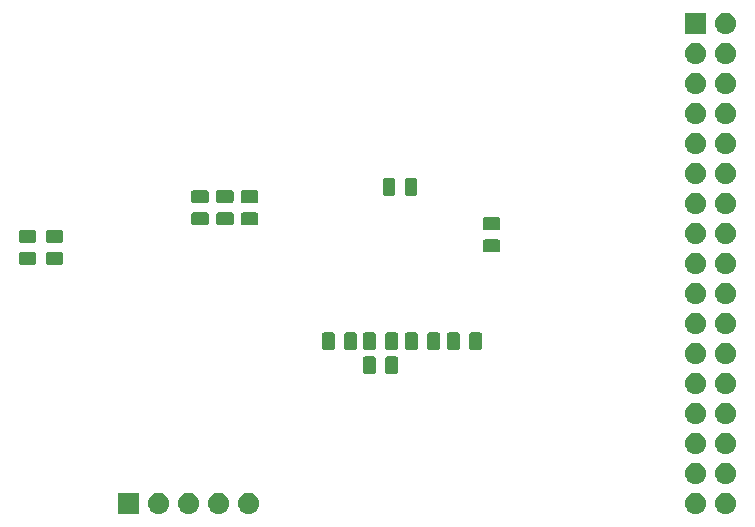
<source format=gbs>
G04 #@! TF.GenerationSoftware,KiCad,Pcbnew,5.0.1-33cea8e~68~ubuntu18.04.1*
G04 #@! TF.CreationDate,2018-12-16T18:27:52+03:00*
G04 #@! TF.ProjectId,up5k_v0,7570356B5F76302E6B696361645F7063,rev?*
G04 #@! TF.SameCoordinates,Original*
G04 #@! TF.FileFunction,Soldermask,Bot*
G04 #@! TF.FilePolarity,Negative*
%FSLAX46Y46*%
G04 Gerber Fmt 4.6, Leading zero omitted, Abs format (unit mm)*
G04 Created by KiCad (PCBNEW 5.0.1-33cea8e~68~ubuntu18.04.1) date Paz 16 Ara 2018 18:27:52 +03*
%MOMM*%
%LPD*%
G01*
G04 APERTURE LIST*
%ADD10C,0.100000*%
G04 APERTURE END LIST*
D10*
G36*
X143395000Y-110121000D02*
X141593000Y-110121000D01*
X141593000Y-108319000D01*
X143395000Y-108319000D01*
X143395000Y-110121000D01*
X143395000Y-110121000D01*
G37*
G36*
X190610443Y-108325519D02*
X190676627Y-108332037D01*
X190789853Y-108366384D01*
X190846467Y-108383557D01*
X190985087Y-108457652D01*
X191002991Y-108467222D01*
X191038729Y-108496552D01*
X191140186Y-108579814D01*
X191223448Y-108681271D01*
X191252778Y-108717009D01*
X191252779Y-108717011D01*
X191336443Y-108873533D01*
X191336443Y-108873534D01*
X191387963Y-109043373D01*
X191405359Y-109220000D01*
X191387963Y-109396627D01*
X191353616Y-109509853D01*
X191336443Y-109566467D01*
X191262348Y-109705087D01*
X191252778Y-109722991D01*
X191223448Y-109758729D01*
X191140186Y-109860186D01*
X191038729Y-109943448D01*
X191002991Y-109972778D01*
X191002989Y-109972779D01*
X190846467Y-110056443D01*
X190789853Y-110073616D01*
X190676627Y-110107963D01*
X190610443Y-110114481D01*
X190544260Y-110121000D01*
X190455740Y-110121000D01*
X190389557Y-110114481D01*
X190323373Y-110107963D01*
X190210147Y-110073616D01*
X190153533Y-110056443D01*
X189997011Y-109972779D01*
X189997009Y-109972778D01*
X189961271Y-109943448D01*
X189859814Y-109860186D01*
X189776552Y-109758729D01*
X189747222Y-109722991D01*
X189737652Y-109705087D01*
X189663557Y-109566467D01*
X189646384Y-109509853D01*
X189612037Y-109396627D01*
X189594641Y-109220000D01*
X189612037Y-109043373D01*
X189663557Y-108873534D01*
X189663557Y-108873533D01*
X189747221Y-108717011D01*
X189747222Y-108717009D01*
X189776552Y-108681271D01*
X189859814Y-108579814D01*
X189961271Y-108496552D01*
X189997009Y-108467222D01*
X190014913Y-108457652D01*
X190153533Y-108383557D01*
X190210147Y-108366384D01*
X190323373Y-108332037D01*
X190389557Y-108325519D01*
X190455740Y-108319000D01*
X190544260Y-108319000D01*
X190610443Y-108325519D01*
X190610443Y-108325519D01*
G37*
G36*
X193150443Y-108325519D02*
X193216627Y-108332037D01*
X193329853Y-108366384D01*
X193386467Y-108383557D01*
X193525087Y-108457652D01*
X193542991Y-108467222D01*
X193578729Y-108496552D01*
X193680186Y-108579814D01*
X193763448Y-108681271D01*
X193792778Y-108717009D01*
X193792779Y-108717011D01*
X193876443Y-108873533D01*
X193876443Y-108873534D01*
X193927963Y-109043373D01*
X193945359Y-109220000D01*
X193927963Y-109396627D01*
X193893616Y-109509853D01*
X193876443Y-109566467D01*
X193802348Y-109705087D01*
X193792778Y-109722991D01*
X193763448Y-109758729D01*
X193680186Y-109860186D01*
X193578729Y-109943448D01*
X193542991Y-109972778D01*
X193542989Y-109972779D01*
X193386467Y-110056443D01*
X193329853Y-110073616D01*
X193216627Y-110107963D01*
X193150443Y-110114481D01*
X193084260Y-110121000D01*
X192995740Y-110121000D01*
X192929557Y-110114481D01*
X192863373Y-110107963D01*
X192750147Y-110073616D01*
X192693533Y-110056443D01*
X192537011Y-109972779D01*
X192537009Y-109972778D01*
X192501271Y-109943448D01*
X192399814Y-109860186D01*
X192316552Y-109758729D01*
X192287222Y-109722991D01*
X192277652Y-109705087D01*
X192203557Y-109566467D01*
X192186384Y-109509853D01*
X192152037Y-109396627D01*
X192134641Y-109220000D01*
X192152037Y-109043373D01*
X192203557Y-108873534D01*
X192203557Y-108873533D01*
X192287221Y-108717011D01*
X192287222Y-108717009D01*
X192316552Y-108681271D01*
X192399814Y-108579814D01*
X192501271Y-108496552D01*
X192537009Y-108467222D01*
X192554913Y-108457652D01*
X192693533Y-108383557D01*
X192750147Y-108366384D01*
X192863373Y-108332037D01*
X192929557Y-108325519D01*
X192995740Y-108319000D01*
X193084260Y-108319000D01*
X193150443Y-108325519D01*
X193150443Y-108325519D01*
G37*
G36*
X152764443Y-108325519D02*
X152830627Y-108332037D01*
X152943853Y-108366384D01*
X153000467Y-108383557D01*
X153139087Y-108457652D01*
X153156991Y-108467222D01*
X153192729Y-108496552D01*
X153294186Y-108579814D01*
X153377448Y-108681271D01*
X153406778Y-108717009D01*
X153406779Y-108717011D01*
X153490443Y-108873533D01*
X153490443Y-108873534D01*
X153541963Y-109043373D01*
X153559359Y-109220000D01*
X153541963Y-109396627D01*
X153507616Y-109509853D01*
X153490443Y-109566467D01*
X153416348Y-109705087D01*
X153406778Y-109722991D01*
X153377448Y-109758729D01*
X153294186Y-109860186D01*
X153192729Y-109943448D01*
X153156991Y-109972778D01*
X153156989Y-109972779D01*
X153000467Y-110056443D01*
X152943853Y-110073616D01*
X152830627Y-110107963D01*
X152764443Y-110114481D01*
X152698260Y-110121000D01*
X152609740Y-110121000D01*
X152543557Y-110114481D01*
X152477373Y-110107963D01*
X152364147Y-110073616D01*
X152307533Y-110056443D01*
X152151011Y-109972779D01*
X152151009Y-109972778D01*
X152115271Y-109943448D01*
X152013814Y-109860186D01*
X151930552Y-109758729D01*
X151901222Y-109722991D01*
X151891652Y-109705087D01*
X151817557Y-109566467D01*
X151800384Y-109509853D01*
X151766037Y-109396627D01*
X151748641Y-109220000D01*
X151766037Y-109043373D01*
X151817557Y-108873534D01*
X151817557Y-108873533D01*
X151901221Y-108717011D01*
X151901222Y-108717009D01*
X151930552Y-108681271D01*
X152013814Y-108579814D01*
X152115271Y-108496552D01*
X152151009Y-108467222D01*
X152168913Y-108457652D01*
X152307533Y-108383557D01*
X152364147Y-108366384D01*
X152477373Y-108332037D01*
X152543557Y-108325519D01*
X152609740Y-108319000D01*
X152698260Y-108319000D01*
X152764443Y-108325519D01*
X152764443Y-108325519D01*
G37*
G36*
X147684443Y-108325519D02*
X147750627Y-108332037D01*
X147863853Y-108366384D01*
X147920467Y-108383557D01*
X148059087Y-108457652D01*
X148076991Y-108467222D01*
X148112729Y-108496552D01*
X148214186Y-108579814D01*
X148297448Y-108681271D01*
X148326778Y-108717009D01*
X148326779Y-108717011D01*
X148410443Y-108873533D01*
X148410443Y-108873534D01*
X148461963Y-109043373D01*
X148479359Y-109220000D01*
X148461963Y-109396627D01*
X148427616Y-109509853D01*
X148410443Y-109566467D01*
X148336348Y-109705087D01*
X148326778Y-109722991D01*
X148297448Y-109758729D01*
X148214186Y-109860186D01*
X148112729Y-109943448D01*
X148076991Y-109972778D01*
X148076989Y-109972779D01*
X147920467Y-110056443D01*
X147863853Y-110073616D01*
X147750627Y-110107963D01*
X147684443Y-110114481D01*
X147618260Y-110121000D01*
X147529740Y-110121000D01*
X147463557Y-110114481D01*
X147397373Y-110107963D01*
X147284147Y-110073616D01*
X147227533Y-110056443D01*
X147071011Y-109972779D01*
X147071009Y-109972778D01*
X147035271Y-109943448D01*
X146933814Y-109860186D01*
X146850552Y-109758729D01*
X146821222Y-109722991D01*
X146811652Y-109705087D01*
X146737557Y-109566467D01*
X146720384Y-109509853D01*
X146686037Y-109396627D01*
X146668641Y-109220000D01*
X146686037Y-109043373D01*
X146737557Y-108873534D01*
X146737557Y-108873533D01*
X146821221Y-108717011D01*
X146821222Y-108717009D01*
X146850552Y-108681271D01*
X146933814Y-108579814D01*
X147035271Y-108496552D01*
X147071009Y-108467222D01*
X147088913Y-108457652D01*
X147227533Y-108383557D01*
X147284147Y-108366384D01*
X147397373Y-108332037D01*
X147463557Y-108325519D01*
X147529740Y-108319000D01*
X147618260Y-108319000D01*
X147684443Y-108325519D01*
X147684443Y-108325519D01*
G37*
G36*
X145144443Y-108325519D02*
X145210627Y-108332037D01*
X145323853Y-108366384D01*
X145380467Y-108383557D01*
X145519087Y-108457652D01*
X145536991Y-108467222D01*
X145572729Y-108496552D01*
X145674186Y-108579814D01*
X145757448Y-108681271D01*
X145786778Y-108717009D01*
X145786779Y-108717011D01*
X145870443Y-108873533D01*
X145870443Y-108873534D01*
X145921963Y-109043373D01*
X145939359Y-109220000D01*
X145921963Y-109396627D01*
X145887616Y-109509853D01*
X145870443Y-109566467D01*
X145796348Y-109705087D01*
X145786778Y-109722991D01*
X145757448Y-109758729D01*
X145674186Y-109860186D01*
X145572729Y-109943448D01*
X145536991Y-109972778D01*
X145536989Y-109972779D01*
X145380467Y-110056443D01*
X145323853Y-110073616D01*
X145210627Y-110107963D01*
X145144443Y-110114481D01*
X145078260Y-110121000D01*
X144989740Y-110121000D01*
X144923557Y-110114481D01*
X144857373Y-110107963D01*
X144744147Y-110073616D01*
X144687533Y-110056443D01*
X144531011Y-109972779D01*
X144531009Y-109972778D01*
X144495271Y-109943448D01*
X144393814Y-109860186D01*
X144310552Y-109758729D01*
X144281222Y-109722991D01*
X144271652Y-109705087D01*
X144197557Y-109566467D01*
X144180384Y-109509853D01*
X144146037Y-109396627D01*
X144128641Y-109220000D01*
X144146037Y-109043373D01*
X144197557Y-108873534D01*
X144197557Y-108873533D01*
X144281221Y-108717011D01*
X144281222Y-108717009D01*
X144310552Y-108681271D01*
X144393814Y-108579814D01*
X144495271Y-108496552D01*
X144531009Y-108467222D01*
X144548913Y-108457652D01*
X144687533Y-108383557D01*
X144744147Y-108366384D01*
X144857373Y-108332037D01*
X144923557Y-108325519D01*
X144989740Y-108319000D01*
X145078260Y-108319000D01*
X145144443Y-108325519D01*
X145144443Y-108325519D01*
G37*
G36*
X150224443Y-108325519D02*
X150290627Y-108332037D01*
X150403853Y-108366384D01*
X150460467Y-108383557D01*
X150599087Y-108457652D01*
X150616991Y-108467222D01*
X150652729Y-108496552D01*
X150754186Y-108579814D01*
X150837448Y-108681271D01*
X150866778Y-108717009D01*
X150866779Y-108717011D01*
X150950443Y-108873533D01*
X150950443Y-108873534D01*
X151001963Y-109043373D01*
X151019359Y-109220000D01*
X151001963Y-109396627D01*
X150967616Y-109509853D01*
X150950443Y-109566467D01*
X150876348Y-109705087D01*
X150866778Y-109722991D01*
X150837448Y-109758729D01*
X150754186Y-109860186D01*
X150652729Y-109943448D01*
X150616991Y-109972778D01*
X150616989Y-109972779D01*
X150460467Y-110056443D01*
X150403853Y-110073616D01*
X150290627Y-110107963D01*
X150224443Y-110114481D01*
X150158260Y-110121000D01*
X150069740Y-110121000D01*
X150003557Y-110114481D01*
X149937373Y-110107963D01*
X149824147Y-110073616D01*
X149767533Y-110056443D01*
X149611011Y-109972779D01*
X149611009Y-109972778D01*
X149575271Y-109943448D01*
X149473814Y-109860186D01*
X149390552Y-109758729D01*
X149361222Y-109722991D01*
X149351652Y-109705087D01*
X149277557Y-109566467D01*
X149260384Y-109509853D01*
X149226037Y-109396627D01*
X149208641Y-109220000D01*
X149226037Y-109043373D01*
X149277557Y-108873534D01*
X149277557Y-108873533D01*
X149361221Y-108717011D01*
X149361222Y-108717009D01*
X149390552Y-108681271D01*
X149473814Y-108579814D01*
X149575271Y-108496552D01*
X149611009Y-108467222D01*
X149628913Y-108457652D01*
X149767533Y-108383557D01*
X149824147Y-108366384D01*
X149937373Y-108332037D01*
X150003557Y-108325519D01*
X150069740Y-108319000D01*
X150158260Y-108319000D01*
X150224443Y-108325519D01*
X150224443Y-108325519D01*
G37*
G36*
X193150443Y-105785519D02*
X193216627Y-105792037D01*
X193329853Y-105826384D01*
X193386467Y-105843557D01*
X193525087Y-105917652D01*
X193542991Y-105927222D01*
X193578729Y-105956552D01*
X193680186Y-106039814D01*
X193763448Y-106141271D01*
X193792778Y-106177009D01*
X193792779Y-106177011D01*
X193876443Y-106333533D01*
X193876443Y-106333534D01*
X193927963Y-106503373D01*
X193945359Y-106680000D01*
X193927963Y-106856627D01*
X193893616Y-106969853D01*
X193876443Y-107026467D01*
X193802348Y-107165087D01*
X193792778Y-107182991D01*
X193763448Y-107218729D01*
X193680186Y-107320186D01*
X193578729Y-107403448D01*
X193542991Y-107432778D01*
X193542989Y-107432779D01*
X193386467Y-107516443D01*
X193329853Y-107533616D01*
X193216627Y-107567963D01*
X193150443Y-107574481D01*
X193084260Y-107581000D01*
X192995740Y-107581000D01*
X192929557Y-107574481D01*
X192863373Y-107567963D01*
X192750147Y-107533616D01*
X192693533Y-107516443D01*
X192537011Y-107432779D01*
X192537009Y-107432778D01*
X192501271Y-107403448D01*
X192399814Y-107320186D01*
X192316552Y-107218729D01*
X192287222Y-107182991D01*
X192277652Y-107165087D01*
X192203557Y-107026467D01*
X192186384Y-106969853D01*
X192152037Y-106856627D01*
X192134641Y-106680000D01*
X192152037Y-106503373D01*
X192203557Y-106333534D01*
X192203557Y-106333533D01*
X192287221Y-106177011D01*
X192287222Y-106177009D01*
X192316552Y-106141271D01*
X192399814Y-106039814D01*
X192501271Y-105956552D01*
X192537009Y-105927222D01*
X192554913Y-105917652D01*
X192693533Y-105843557D01*
X192750147Y-105826384D01*
X192863373Y-105792037D01*
X192929557Y-105785519D01*
X192995740Y-105779000D01*
X193084260Y-105779000D01*
X193150443Y-105785519D01*
X193150443Y-105785519D01*
G37*
G36*
X190610443Y-105785519D02*
X190676627Y-105792037D01*
X190789853Y-105826384D01*
X190846467Y-105843557D01*
X190985087Y-105917652D01*
X191002991Y-105927222D01*
X191038729Y-105956552D01*
X191140186Y-106039814D01*
X191223448Y-106141271D01*
X191252778Y-106177009D01*
X191252779Y-106177011D01*
X191336443Y-106333533D01*
X191336443Y-106333534D01*
X191387963Y-106503373D01*
X191405359Y-106680000D01*
X191387963Y-106856627D01*
X191353616Y-106969853D01*
X191336443Y-107026467D01*
X191262348Y-107165087D01*
X191252778Y-107182991D01*
X191223448Y-107218729D01*
X191140186Y-107320186D01*
X191038729Y-107403448D01*
X191002991Y-107432778D01*
X191002989Y-107432779D01*
X190846467Y-107516443D01*
X190789853Y-107533616D01*
X190676627Y-107567963D01*
X190610443Y-107574481D01*
X190544260Y-107581000D01*
X190455740Y-107581000D01*
X190389557Y-107574481D01*
X190323373Y-107567963D01*
X190210147Y-107533616D01*
X190153533Y-107516443D01*
X189997011Y-107432779D01*
X189997009Y-107432778D01*
X189961271Y-107403448D01*
X189859814Y-107320186D01*
X189776552Y-107218729D01*
X189747222Y-107182991D01*
X189737652Y-107165087D01*
X189663557Y-107026467D01*
X189646384Y-106969853D01*
X189612037Y-106856627D01*
X189594641Y-106680000D01*
X189612037Y-106503373D01*
X189663557Y-106333534D01*
X189663557Y-106333533D01*
X189747221Y-106177011D01*
X189747222Y-106177009D01*
X189776552Y-106141271D01*
X189859814Y-106039814D01*
X189961271Y-105956552D01*
X189997009Y-105927222D01*
X190014913Y-105917652D01*
X190153533Y-105843557D01*
X190210147Y-105826384D01*
X190323373Y-105792037D01*
X190389557Y-105785519D01*
X190455740Y-105779000D01*
X190544260Y-105779000D01*
X190610443Y-105785519D01*
X190610443Y-105785519D01*
G37*
G36*
X190610443Y-103245519D02*
X190676627Y-103252037D01*
X190789853Y-103286384D01*
X190846467Y-103303557D01*
X190985087Y-103377652D01*
X191002991Y-103387222D01*
X191038729Y-103416552D01*
X191140186Y-103499814D01*
X191223448Y-103601271D01*
X191252778Y-103637009D01*
X191252779Y-103637011D01*
X191336443Y-103793533D01*
X191336443Y-103793534D01*
X191387963Y-103963373D01*
X191405359Y-104140000D01*
X191387963Y-104316627D01*
X191353616Y-104429853D01*
X191336443Y-104486467D01*
X191262348Y-104625087D01*
X191252778Y-104642991D01*
X191223448Y-104678729D01*
X191140186Y-104780186D01*
X191038729Y-104863448D01*
X191002991Y-104892778D01*
X191002989Y-104892779D01*
X190846467Y-104976443D01*
X190789853Y-104993616D01*
X190676627Y-105027963D01*
X190610442Y-105034482D01*
X190544260Y-105041000D01*
X190455740Y-105041000D01*
X190389557Y-105034481D01*
X190323373Y-105027963D01*
X190210147Y-104993616D01*
X190153533Y-104976443D01*
X189997011Y-104892779D01*
X189997009Y-104892778D01*
X189961271Y-104863448D01*
X189859814Y-104780186D01*
X189776552Y-104678729D01*
X189747222Y-104642991D01*
X189737652Y-104625087D01*
X189663557Y-104486467D01*
X189646384Y-104429853D01*
X189612037Y-104316627D01*
X189594641Y-104140000D01*
X189612037Y-103963373D01*
X189663557Y-103793534D01*
X189663557Y-103793533D01*
X189747221Y-103637011D01*
X189747222Y-103637009D01*
X189776552Y-103601271D01*
X189859814Y-103499814D01*
X189961271Y-103416552D01*
X189997009Y-103387222D01*
X190014913Y-103377652D01*
X190153533Y-103303557D01*
X190210147Y-103286384D01*
X190323373Y-103252037D01*
X190389558Y-103245518D01*
X190455740Y-103239000D01*
X190544260Y-103239000D01*
X190610443Y-103245519D01*
X190610443Y-103245519D01*
G37*
G36*
X193150443Y-103245519D02*
X193216627Y-103252037D01*
X193329853Y-103286384D01*
X193386467Y-103303557D01*
X193525087Y-103377652D01*
X193542991Y-103387222D01*
X193578729Y-103416552D01*
X193680186Y-103499814D01*
X193763448Y-103601271D01*
X193792778Y-103637009D01*
X193792779Y-103637011D01*
X193876443Y-103793533D01*
X193876443Y-103793534D01*
X193927963Y-103963373D01*
X193945359Y-104140000D01*
X193927963Y-104316627D01*
X193893616Y-104429853D01*
X193876443Y-104486467D01*
X193802348Y-104625087D01*
X193792778Y-104642991D01*
X193763448Y-104678729D01*
X193680186Y-104780186D01*
X193578729Y-104863448D01*
X193542991Y-104892778D01*
X193542989Y-104892779D01*
X193386467Y-104976443D01*
X193329853Y-104993616D01*
X193216627Y-105027963D01*
X193150442Y-105034482D01*
X193084260Y-105041000D01*
X192995740Y-105041000D01*
X192929557Y-105034481D01*
X192863373Y-105027963D01*
X192750147Y-104993616D01*
X192693533Y-104976443D01*
X192537011Y-104892779D01*
X192537009Y-104892778D01*
X192501271Y-104863448D01*
X192399814Y-104780186D01*
X192316552Y-104678729D01*
X192287222Y-104642991D01*
X192277652Y-104625087D01*
X192203557Y-104486467D01*
X192186384Y-104429853D01*
X192152037Y-104316627D01*
X192134641Y-104140000D01*
X192152037Y-103963373D01*
X192203557Y-103793534D01*
X192203557Y-103793533D01*
X192287221Y-103637011D01*
X192287222Y-103637009D01*
X192316552Y-103601271D01*
X192399814Y-103499814D01*
X192501271Y-103416552D01*
X192537009Y-103387222D01*
X192554913Y-103377652D01*
X192693533Y-103303557D01*
X192750147Y-103286384D01*
X192863373Y-103252037D01*
X192929558Y-103245518D01*
X192995740Y-103239000D01*
X193084260Y-103239000D01*
X193150443Y-103245519D01*
X193150443Y-103245519D01*
G37*
G36*
X190610443Y-100705519D02*
X190676627Y-100712037D01*
X190789853Y-100746384D01*
X190846467Y-100763557D01*
X190985087Y-100837652D01*
X191002991Y-100847222D01*
X191038729Y-100876552D01*
X191140186Y-100959814D01*
X191223448Y-101061271D01*
X191252778Y-101097009D01*
X191252779Y-101097011D01*
X191336443Y-101253533D01*
X191336443Y-101253534D01*
X191387963Y-101423373D01*
X191405359Y-101600000D01*
X191387963Y-101776627D01*
X191353616Y-101889853D01*
X191336443Y-101946467D01*
X191262348Y-102085087D01*
X191252778Y-102102991D01*
X191223448Y-102138729D01*
X191140186Y-102240186D01*
X191038729Y-102323448D01*
X191002991Y-102352778D01*
X191002989Y-102352779D01*
X190846467Y-102436443D01*
X190789853Y-102453616D01*
X190676627Y-102487963D01*
X190610442Y-102494482D01*
X190544260Y-102501000D01*
X190455740Y-102501000D01*
X190389558Y-102494482D01*
X190323373Y-102487963D01*
X190210147Y-102453616D01*
X190153533Y-102436443D01*
X189997011Y-102352779D01*
X189997009Y-102352778D01*
X189961271Y-102323448D01*
X189859814Y-102240186D01*
X189776552Y-102138729D01*
X189747222Y-102102991D01*
X189737652Y-102085087D01*
X189663557Y-101946467D01*
X189646384Y-101889853D01*
X189612037Y-101776627D01*
X189594641Y-101600000D01*
X189612037Y-101423373D01*
X189663557Y-101253534D01*
X189663557Y-101253533D01*
X189747221Y-101097011D01*
X189747222Y-101097009D01*
X189776552Y-101061271D01*
X189859814Y-100959814D01*
X189961271Y-100876552D01*
X189997009Y-100847222D01*
X190014913Y-100837652D01*
X190153533Y-100763557D01*
X190210147Y-100746384D01*
X190323373Y-100712037D01*
X190389557Y-100705519D01*
X190455740Y-100699000D01*
X190544260Y-100699000D01*
X190610443Y-100705519D01*
X190610443Y-100705519D01*
G37*
G36*
X193150443Y-100705519D02*
X193216627Y-100712037D01*
X193329853Y-100746384D01*
X193386467Y-100763557D01*
X193525087Y-100837652D01*
X193542991Y-100847222D01*
X193578729Y-100876552D01*
X193680186Y-100959814D01*
X193763448Y-101061271D01*
X193792778Y-101097009D01*
X193792779Y-101097011D01*
X193876443Y-101253533D01*
X193876443Y-101253534D01*
X193927963Y-101423373D01*
X193945359Y-101600000D01*
X193927963Y-101776627D01*
X193893616Y-101889853D01*
X193876443Y-101946467D01*
X193802348Y-102085087D01*
X193792778Y-102102991D01*
X193763448Y-102138729D01*
X193680186Y-102240186D01*
X193578729Y-102323448D01*
X193542991Y-102352778D01*
X193542989Y-102352779D01*
X193386467Y-102436443D01*
X193329853Y-102453616D01*
X193216627Y-102487963D01*
X193150442Y-102494482D01*
X193084260Y-102501000D01*
X192995740Y-102501000D01*
X192929558Y-102494482D01*
X192863373Y-102487963D01*
X192750147Y-102453616D01*
X192693533Y-102436443D01*
X192537011Y-102352779D01*
X192537009Y-102352778D01*
X192501271Y-102323448D01*
X192399814Y-102240186D01*
X192316552Y-102138729D01*
X192287222Y-102102991D01*
X192277652Y-102085087D01*
X192203557Y-101946467D01*
X192186384Y-101889853D01*
X192152037Y-101776627D01*
X192134641Y-101600000D01*
X192152037Y-101423373D01*
X192203557Y-101253534D01*
X192203557Y-101253533D01*
X192287221Y-101097011D01*
X192287222Y-101097009D01*
X192316552Y-101061271D01*
X192399814Y-100959814D01*
X192501271Y-100876552D01*
X192537009Y-100847222D01*
X192554913Y-100837652D01*
X192693533Y-100763557D01*
X192750147Y-100746384D01*
X192863373Y-100712037D01*
X192929557Y-100705519D01*
X192995740Y-100699000D01*
X193084260Y-100699000D01*
X193150443Y-100705519D01*
X193150443Y-100705519D01*
G37*
G36*
X193150443Y-98165519D02*
X193216627Y-98172037D01*
X193291597Y-98194779D01*
X193386467Y-98223557D01*
X193495479Y-98281826D01*
X193542991Y-98307222D01*
X193578729Y-98336552D01*
X193680186Y-98419814D01*
X193763448Y-98521271D01*
X193792778Y-98557009D01*
X193792779Y-98557011D01*
X193876443Y-98713533D01*
X193876443Y-98713534D01*
X193927963Y-98883373D01*
X193945359Y-99060000D01*
X193927963Y-99236627D01*
X193893616Y-99349853D01*
X193876443Y-99406467D01*
X193802348Y-99545087D01*
X193792778Y-99562991D01*
X193763448Y-99598729D01*
X193680186Y-99700186D01*
X193578729Y-99783448D01*
X193542991Y-99812778D01*
X193542989Y-99812779D01*
X193386467Y-99896443D01*
X193329853Y-99913616D01*
X193216627Y-99947963D01*
X193150443Y-99954481D01*
X193084260Y-99961000D01*
X192995740Y-99961000D01*
X192929557Y-99954481D01*
X192863373Y-99947963D01*
X192750147Y-99913616D01*
X192693533Y-99896443D01*
X192537011Y-99812779D01*
X192537009Y-99812778D01*
X192501271Y-99783448D01*
X192399814Y-99700186D01*
X192316552Y-99598729D01*
X192287222Y-99562991D01*
X192277652Y-99545087D01*
X192203557Y-99406467D01*
X192186384Y-99349853D01*
X192152037Y-99236627D01*
X192134641Y-99060000D01*
X192152037Y-98883373D01*
X192203557Y-98713534D01*
X192203557Y-98713533D01*
X192287221Y-98557011D01*
X192287222Y-98557009D01*
X192316552Y-98521271D01*
X192399814Y-98419814D01*
X192501271Y-98336552D01*
X192537009Y-98307222D01*
X192584521Y-98281826D01*
X192693533Y-98223557D01*
X192788403Y-98194779D01*
X192863373Y-98172037D01*
X192929557Y-98165519D01*
X192995740Y-98159000D01*
X193084260Y-98159000D01*
X193150443Y-98165519D01*
X193150443Y-98165519D01*
G37*
G36*
X190610443Y-98165519D02*
X190676627Y-98172037D01*
X190751597Y-98194779D01*
X190846467Y-98223557D01*
X190955479Y-98281826D01*
X191002991Y-98307222D01*
X191038729Y-98336552D01*
X191140186Y-98419814D01*
X191223448Y-98521271D01*
X191252778Y-98557009D01*
X191252779Y-98557011D01*
X191336443Y-98713533D01*
X191336443Y-98713534D01*
X191387963Y-98883373D01*
X191405359Y-99060000D01*
X191387963Y-99236627D01*
X191353616Y-99349853D01*
X191336443Y-99406467D01*
X191262348Y-99545087D01*
X191252778Y-99562991D01*
X191223448Y-99598729D01*
X191140186Y-99700186D01*
X191038729Y-99783448D01*
X191002991Y-99812778D01*
X191002989Y-99812779D01*
X190846467Y-99896443D01*
X190789853Y-99913616D01*
X190676627Y-99947963D01*
X190610443Y-99954481D01*
X190544260Y-99961000D01*
X190455740Y-99961000D01*
X190389557Y-99954481D01*
X190323373Y-99947963D01*
X190210147Y-99913616D01*
X190153533Y-99896443D01*
X189997011Y-99812779D01*
X189997009Y-99812778D01*
X189961271Y-99783448D01*
X189859814Y-99700186D01*
X189776552Y-99598729D01*
X189747222Y-99562991D01*
X189737652Y-99545087D01*
X189663557Y-99406467D01*
X189646384Y-99349853D01*
X189612037Y-99236627D01*
X189594641Y-99060000D01*
X189612037Y-98883373D01*
X189663557Y-98713534D01*
X189663557Y-98713533D01*
X189747221Y-98557011D01*
X189747222Y-98557009D01*
X189776552Y-98521271D01*
X189859814Y-98419814D01*
X189961271Y-98336552D01*
X189997009Y-98307222D01*
X190044521Y-98281826D01*
X190153533Y-98223557D01*
X190248403Y-98194779D01*
X190323373Y-98172037D01*
X190389557Y-98165519D01*
X190455740Y-98159000D01*
X190544260Y-98159000D01*
X190610443Y-98165519D01*
X190610443Y-98165519D01*
G37*
G36*
X165139466Y-96789565D02*
X165178137Y-96801296D01*
X165213779Y-96820348D01*
X165245017Y-96845983D01*
X165270652Y-96877221D01*
X165289704Y-96912863D01*
X165301435Y-96951534D01*
X165306000Y-96997888D01*
X165306000Y-98074112D01*
X165301435Y-98120466D01*
X165289704Y-98159137D01*
X165270652Y-98194779D01*
X165245017Y-98226017D01*
X165213779Y-98251652D01*
X165178137Y-98270704D01*
X165139466Y-98282435D01*
X165093112Y-98287000D01*
X164441888Y-98287000D01*
X164395534Y-98282435D01*
X164356863Y-98270704D01*
X164321221Y-98251652D01*
X164289983Y-98226017D01*
X164264348Y-98194779D01*
X164245296Y-98159137D01*
X164233565Y-98120466D01*
X164229000Y-98074112D01*
X164229000Y-96997888D01*
X164233565Y-96951534D01*
X164245296Y-96912863D01*
X164264348Y-96877221D01*
X164289983Y-96845983D01*
X164321221Y-96820348D01*
X164356863Y-96801296D01*
X164395534Y-96789565D01*
X164441888Y-96785000D01*
X165093112Y-96785000D01*
X165139466Y-96789565D01*
X165139466Y-96789565D01*
G37*
G36*
X163264466Y-96789565D02*
X163303137Y-96801296D01*
X163338779Y-96820348D01*
X163370017Y-96845983D01*
X163395652Y-96877221D01*
X163414704Y-96912863D01*
X163426435Y-96951534D01*
X163431000Y-96997888D01*
X163431000Y-98074112D01*
X163426435Y-98120466D01*
X163414704Y-98159137D01*
X163395652Y-98194779D01*
X163370017Y-98226017D01*
X163338779Y-98251652D01*
X163303137Y-98270704D01*
X163264466Y-98282435D01*
X163218112Y-98287000D01*
X162566888Y-98287000D01*
X162520534Y-98282435D01*
X162481863Y-98270704D01*
X162446221Y-98251652D01*
X162414983Y-98226017D01*
X162389348Y-98194779D01*
X162370296Y-98159137D01*
X162358565Y-98120466D01*
X162354000Y-98074112D01*
X162354000Y-96997888D01*
X162358565Y-96951534D01*
X162370296Y-96912863D01*
X162389348Y-96877221D01*
X162414983Y-96845983D01*
X162446221Y-96820348D01*
X162481863Y-96801296D01*
X162520534Y-96789565D01*
X162566888Y-96785000D01*
X163218112Y-96785000D01*
X163264466Y-96789565D01*
X163264466Y-96789565D01*
G37*
G36*
X190610442Y-95625518D02*
X190676627Y-95632037D01*
X190789853Y-95666384D01*
X190846467Y-95683557D01*
X190985087Y-95757652D01*
X191002991Y-95767222D01*
X191038729Y-95796552D01*
X191140186Y-95879814D01*
X191223448Y-95981271D01*
X191252778Y-96017009D01*
X191252779Y-96017011D01*
X191336443Y-96173533D01*
X191350433Y-96219652D01*
X191387963Y-96343373D01*
X191405359Y-96520000D01*
X191387963Y-96696627D01*
X191361155Y-96785000D01*
X191336443Y-96866467D01*
X191311643Y-96912863D01*
X191252778Y-97022991D01*
X191227124Y-97054250D01*
X191140186Y-97160186D01*
X191038729Y-97243448D01*
X191002991Y-97272778D01*
X191002989Y-97272779D01*
X190846467Y-97356443D01*
X190789853Y-97373616D01*
X190676627Y-97407963D01*
X190610442Y-97414482D01*
X190544260Y-97421000D01*
X190455740Y-97421000D01*
X190389558Y-97414482D01*
X190323373Y-97407963D01*
X190210147Y-97373616D01*
X190153533Y-97356443D01*
X189997011Y-97272779D01*
X189997009Y-97272778D01*
X189961271Y-97243448D01*
X189859814Y-97160186D01*
X189772876Y-97054250D01*
X189747222Y-97022991D01*
X189688357Y-96912863D01*
X189663557Y-96866467D01*
X189638845Y-96785000D01*
X189612037Y-96696627D01*
X189594641Y-96520000D01*
X189612037Y-96343373D01*
X189649567Y-96219652D01*
X189663557Y-96173533D01*
X189747221Y-96017011D01*
X189747222Y-96017009D01*
X189776552Y-95981271D01*
X189859814Y-95879814D01*
X189961271Y-95796552D01*
X189997009Y-95767222D01*
X190014913Y-95757652D01*
X190153533Y-95683557D01*
X190210147Y-95666384D01*
X190323373Y-95632037D01*
X190389558Y-95625518D01*
X190455740Y-95619000D01*
X190544260Y-95619000D01*
X190610442Y-95625518D01*
X190610442Y-95625518D01*
G37*
G36*
X193150442Y-95625518D02*
X193216627Y-95632037D01*
X193329853Y-95666384D01*
X193386467Y-95683557D01*
X193525087Y-95757652D01*
X193542991Y-95767222D01*
X193578729Y-95796552D01*
X193680186Y-95879814D01*
X193763448Y-95981271D01*
X193792778Y-96017009D01*
X193792779Y-96017011D01*
X193876443Y-96173533D01*
X193890433Y-96219652D01*
X193927963Y-96343373D01*
X193945359Y-96520000D01*
X193927963Y-96696627D01*
X193901155Y-96785000D01*
X193876443Y-96866467D01*
X193851643Y-96912863D01*
X193792778Y-97022991D01*
X193767124Y-97054250D01*
X193680186Y-97160186D01*
X193578729Y-97243448D01*
X193542991Y-97272778D01*
X193542989Y-97272779D01*
X193386467Y-97356443D01*
X193329853Y-97373616D01*
X193216627Y-97407963D01*
X193150442Y-97414482D01*
X193084260Y-97421000D01*
X192995740Y-97421000D01*
X192929558Y-97414482D01*
X192863373Y-97407963D01*
X192750147Y-97373616D01*
X192693533Y-97356443D01*
X192537011Y-97272779D01*
X192537009Y-97272778D01*
X192501271Y-97243448D01*
X192399814Y-97160186D01*
X192312876Y-97054250D01*
X192287222Y-97022991D01*
X192228357Y-96912863D01*
X192203557Y-96866467D01*
X192178845Y-96785000D01*
X192152037Y-96696627D01*
X192134641Y-96520000D01*
X192152037Y-96343373D01*
X192189567Y-96219652D01*
X192203557Y-96173533D01*
X192287221Y-96017011D01*
X192287222Y-96017009D01*
X192316552Y-95981271D01*
X192399814Y-95879814D01*
X192501271Y-95796552D01*
X192537009Y-95767222D01*
X192554913Y-95757652D01*
X192693533Y-95683557D01*
X192750147Y-95666384D01*
X192863373Y-95632037D01*
X192929558Y-95625518D01*
X192995740Y-95619000D01*
X193084260Y-95619000D01*
X193150442Y-95625518D01*
X193150442Y-95625518D01*
G37*
G36*
X165139466Y-94757565D02*
X165178137Y-94769296D01*
X165213779Y-94788348D01*
X165245017Y-94813983D01*
X165270652Y-94845221D01*
X165289704Y-94880863D01*
X165301435Y-94919534D01*
X165306000Y-94965888D01*
X165306000Y-96042112D01*
X165301435Y-96088466D01*
X165289704Y-96127137D01*
X165270652Y-96162779D01*
X165245017Y-96194017D01*
X165213779Y-96219652D01*
X165178137Y-96238704D01*
X165139466Y-96250435D01*
X165093112Y-96255000D01*
X164441888Y-96255000D01*
X164395534Y-96250435D01*
X164356863Y-96238704D01*
X164321221Y-96219652D01*
X164289983Y-96194017D01*
X164264348Y-96162779D01*
X164245296Y-96127137D01*
X164233565Y-96088466D01*
X164229000Y-96042112D01*
X164229000Y-94965888D01*
X164233565Y-94919534D01*
X164245296Y-94880863D01*
X164264348Y-94845221D01*
X164289983Y-94813983D01*
X164321221Y-94788348D01*
X164356863Y-94769296D01*
X164395534Y-94757565D01*
X164441888Y-94753000D01*
X165093112Y-94753000D01*
X165139466Y-94757565D01*
X165139466Y-94757565D01*
G37*
G36*
X163264466Y-94757565D02*
X163303137Y-94769296D01*
X163338779Y-94788348D01*
X163370017Y-94813983D01*
X163395652Y-94845221D01*
X163414704Y-94880863D01*
X163426435Y-94919534D01*
X163431000Y-94965888D01*
X163431000Y-96042112D01*
X163426435Y-96088466D01*
X163414704Y-96127137D01*
X163395652Y-96162779D01*
X163370017Y-96194017D01*
X163338779Y-96219652D01*
X163303137Y-96238704D01*
X163264466Y-96250435D01*
X163218112Y-96255000D01*
X162566888Y-96255000D01*
X162520534Y-96250435D01*
X162481863Y-96238704D01*
X162446221Y-96219652D01*
X162414983Y-96194017D01*
X162389348Y-96162779D01*
X162370296Y-96127137D01*
X162358565Y-96088466D01*
X162354000Y-96042112D01*
X162354000Y-94965888D01*
X162358565Y-94919534D01*
X162370296Y-94880863D01*
X162389348Y-94845221D01*
X162414983Y-94813983D01*
X162446221Y-94788348D01*
X162481863Y-94769296D01*
X162520534Y-94757565D01*
X162566888Y-94753000D01*
X163218112Y-94753000D01*
X163264466Y-94757565D01*
X163264466Y-94757565D01*
G37*
G36*
X170376466Y-94757565D02*
X170415137Y-94769296D01*
X170450779Y-94788348D01*
X170482017Y-94813983D01*
X170507652Y-94845221D01*
X170526704Y-94880863D01*
X170538435Y-94919534D01*
X170543000Y-94965888D01*
X170543000Y-96042112D01*
X170538435Y-96088466D01*
X170526704Y-96127137D01*
X170507652Y-96162779D01*
X170482017Y-96194017D01*
X170450779Y-96219652D01*
X170415137Y-96238704D01*
X170376466Y-96250435D01*
X170330112Y-96255000D01*
X169678888Y-96255000D01*
X169632534Y-96250435D01*
X169593863Y-96238704D01*
X169558221Y-96219652D01*
X169526983Y-96194017D01*
X169501348Y-96162779D01*
X169482296Y-96127137D01*
X169470565Y-96088466D01*
X169466000Y-96042112D01*
X169466000Y-94965888D01*
X169470565Y-94919534D01*
X169482296Y-94880863D01*
X169501348Y-94845221D01*
X169526983Y-94813983D01*
X169558221Y-94788348D01*
X169593863Y-94769296D01*
X169632534Y-94757565D01*
X169678888Y-94753000D01*
X170330112Y-94753000D01*
X170376466Y-94757565D01*
X170376466Y-94757565D01*
G37*
G36*
X172251466Y-94757565D02*
X172290137Y-94769296D01*
X172325779Y-94788348D01*
X172357017Y-94813983D01*
X172382652Y-94845221D01*
X172401704Y-94880863D01*
X172413435Y-94919534D01*
X172418000Y-94965888D01*
X172418000Y-96042112D01*
X172413435Y-96088466D01*
X172401704Y-96127137D01*
X172382652Y-96162779D01*
X172357017Y-96194017D01*
X172325779Y-96219652D01*
X172290137Y-96238704D01*
X172251466Y-96250435D01*
X172205112Y-96255000D01*
X171553888Y-96255000D01*
X171507534Y-96250435D01*
X171468863Y-96238704D01*
X171433221Y-96219652D01*
X171401983Y-96194017D01*
X171376348Y-96162779D01*
X171357296Y-96127137D01*
X171345565Y-96088466D01*
X171341000Y-96042112D01*
X171341000Y-94965888D01*
X171345565Y-94919534D01*
X171357296Y-94880863D01*
X171376348Y-94845221D01*
X171401983Y-94813983D01*
X171433221Y-94788348D01*
X171468863Y-94769296D01*
X171507534Y-94757565D01*
X171553888Y-94753000D01*
X172205112Y-94753000D01*
X172251466Y-94757565D01*
X172251466Y-94757565D01*
G37*
G36*
X168695466Y-94757565D02*
X168734137Y-94769296D01*
X168769779Y-94788348D01*
X168801017Y-94813983D01*
X168826652Y-94845221D01*
X168845704Y-94880863D01*
X168857435Y-94919534D01*
X168862000Y-94965888D01*
X168862000Y-96042112D01*
X168857435Y-96088466D01*
X168845704Y-96127137D01*
X168826652Y-96162779D01*
X168801017Y-96194017D01*
X168769779Y-96219652D01*
X168734137Y-96238704D01*
X168695466Y-96250435D01*
X168649112Y-96255000D01*
X167997888Y-96255000D01*
X167951534Y-96250435D01*
X167912863Y-96238704D01*
X167877221Y-96219652D01*
X167845983Y-96194017D01*
X167820348Y-96162779D01*
X167801296Y-96127137D01*
X167789565Y-96088466D01*
X167785000Y-96042112D01*
X167785000Y-94965888D01*
X167789565Y-94919534D01*
X167801296Y-94880863D01*
X167820348Y-94845221D01*
X167845983Y-94813983D01*
X167877221Y-94788348D01*
X167912863Y-94769296D01*
X167951534Y-94757565D01*
X167997888Y-94753000D01*
X168649112Y-94753000D01*
X168695466Y-94757565D01*
X168695466Y-94757565D01*
G37*
G36*
X166820466Y-94757565D02*
X166859137Y-94769296D01*
X166894779Y-94788348D01*
X166926017Y-94813983D01*
X166951652Y-94845221D01*
X166970704Y-94880863D01*
X166982435Y-94919534D01*
X166987000Y-94965888D01*
X166987000Y-96042112D01*
X166982435Y-96088466D01*
X166970704Y-96127137D01*
X166951652Y-96162779D01*
X166926017Y-96194017D01*
X166894779Y-96219652D01*
X166859137Y-96238704D01*
X166820466Y-96250435D01*
X166774112Y-96255000D01*
X166122888Y-96255000D01*
X166076534Y-96250435D01*
X166037863Y-96238704D01*
X166002221Y-96219652D01*
X165970983Y-96194017D01*
X165945348Y-96162779D01*
X165926296Y-96127137D01*
X165914565Y-96088466D01*
X165910000Y-96042112D01*
X165910000Y-94965888D01*
X165914565Y-94919534D01*
X165926296Y-94880863D01*
X165945348Y-94845221D01*
X165970983Y-94813983D01*
X166002221Y-94788348D01*
X166037863Y-94769296D01*
X166076534Y-94757565D01*
X166122888Y-94753000D01*
X166774112Y-94753000D01*
X166820466Y-94757565D01*
X166820466Y-94757565D01*
G37*
G36*
X161661966Y-94757565D02*
X161700637Y-94769296D01*
X161736279Y-94788348D01*
X161767517Y-94813983D01*
X161793152Y-94845221D01*
X161812204Y-94880863D01*
X161823935Y-94919534D01*
X161828500Y-94965888D01*
X161828500Y-96042112D01*
X161823935Y-96088466D01*
X161812204Y-96127137D01*
X161793152Y-96162779D01*
X161767517Y-96194017D01*
X161736279Y-96219652D01*
X161700637Y-96238704D01*
X161661966Y-96250435D01*
X161615612Y-96255000D01*
X160964388Y-96255000D01*
X160918034Y-96250435D01*
X160879363Y-96238704D01*
X160843721Y-96219652D01*
X160812483Y-96194017D01*
X160786848Y-96162779D01*
X160767796Y-96127137D01*
X160756065Y-96088466D01*
X160751500Y-96042112D01*
X160751500Y-94965888D01*
X160756065Y-94919534D01*
X160767796Y-94880863D01*
X160786848Y-94845221D01*
X160812483Y-94813983D01*
X160843721Y-94788348D01*
X160879363Y-94769296D01*
X160918034Y-94757565D01*
X160964388Y-94753000D01*
X161615612Y-94753000D01*
X161661966Y-94757565D01*
X161661966Y-94757565D01*
G37*
G36*
X159786966Y-94757565D02*
X159825637Y-94769296D01*
X159861279Y-94788348D01*
X159892517Y-94813983D01*
X159918152Y-94845221D01*
X159937204Y-94880863D01*
X159948935Y-94919534D01*
X159953500Y-94965888D01*
X159953500Y-96042112D01*
X159948935Y-96088466D01*
X159937204Y-96127137D01*
X159918152Y-96162779D01*
X159892517Y-96194017D01*
X159861279Y-96219652D01*
X159825637Y-96238704D01*
X159786966Y-96250435D01*
X159740612Y-96255000D01*
X159089388Y-96255000D01*
X159043034Y-96250435D01*
X159004363Y-96238704D01*
X158968721Y-96219652D01*
X158937483Y-96194017D01*
X158911848Y-96162779D01*
X158892796Y-96127137D01*
X158881065Y-96088466D01*
X158876500Y-96042112D01*
X158876500Y-94965888D01*
X158881065Y-94919534D01*
X158892796Y-94880863D01*
X158911848Y-94845221D01*
X158937483Y-94813983D01*
X158968721Y-94788348D01*
X159004363Y-94769296D01*
X159043034Y-94757565D01*
X159089388Y-94753000D01*
X159740612Y-94753000D01*
X159786966Y-94757565D01*
X159786966Y-94757565D01*
G37*
G36*
X193150443Y-93085519D02*
X193216627Y-93092037D01*
X193329853Y-93126384D01*
X193386467Y-93143557D01*
X193525087Y-93217652D01*
X193542991Y-93227222D01*
X193578729Y-93256552D01*
X193680186Y-93339814D01*
X193763448Y-93441271D01*
X193792778Y-93477009D01*
X193792779Y-93477011D01*
X193876443Y-93633533D01*
X193876443Y-93633534D01*
X193927963Y-93803373D01*
X193945359Y-93980000D01*
X193927963Y-94156627D01*
X193893616Y-94269853D01*
X193876443Y-94326467D01*
X193802348Y-94465087D01*
X193792778Y-94482991D01*
X193763448Y-94518729D01*
X193680186Y-94620186D01*
X193578729Y-94703448D01*
X193542991Y-94732778D01*
X193542989Y-94732779D01*
X193386467Y-94816443D01*
X193335640Y-94831861D01*
X193216627Y-94867963D01*
X193168906Y-94872663D01*
X193084260Y-94881000D01*
X192995740Y-94881000D01*
X192911094Y-94872663D01*
X192863373Y-94867963D01*
X192744360Y-94831861D01*
X192693533Y-94816443D01*
X192537011Y-94732779D01*
X192537009Y-94732778D01*
X192501271Y-94703448D01*
X192399814Y-94620186D01*
X192316552Y-94518729D01*
X192287222Y-94482991D01*
X192277652Y-94465087D01*
X192203557Y-94326467D01*
X192186384Y-94269853D01*
X192152037Y-94156627D01*
X192134641Y-93980000D01*
X192152037Y-93803373D01*
X192203557Y-93633534D01*
X192203557Y-93633533D01*
X192287221Y-93477011D01*
X192287222Y-93477009D01*
X192316552Y-93441271D01*
X192399814Y-93339814D01*
X192501271Y-93256552D01*
X192537009Y-93227222D01*
X192554913Y-93217652D01*
X192693533Y-93143557D01*
X192750147Y-93126384D01*
X192863373Y-93092037D01*
X192929557Y-93085519D01*
X192995740Y-93079000D01*
X193084260Y-93079000D01*
X193150443Y-93085519D01*
X193150443Y-93085519D01*
G37*
G36*
X190610443Y-93085519D02*
X190676627Y-93092037D01*
X190789853Y-93126384D01*
X190846467Y-93143557D01*
X190985087Y-93217652D01*
X191002991Y-93227222D01*
X191038729Y-93256552D01*
X191140186Y-93339814D01*
X191223448Y-93441271D01*
X191252778Y-93477009D01*
X191252779Y-93477011D01*
X191336443Y-93633533D01*
X191336443Y-93633534D01*
X191387963Y-93803373D01*
X191405359Y-93980000D01*
X191387963Y-94156627D01*
X191353616Y-94269853D01*
X191336443Y-94326467D01*
X191262348Y-94465087D01*
X191252778Y-94482991D01*
X191223448Y-94518729D01*
X191140186Y-94620186D01*
X191038729Y-94703448D01*
X191002991Y-94732778D01*
X191002989Y-94732779D01*
X190846467Y-94816443D01*
X190795640Y-94831861D01*
X190676627Y-94867963D01*
X190628906Y-94872663D01*
X190544260Y-94881000D01*
X190455740Y-94881000D01*
X190371094Y-94872663D01*
X190323373Y-94867963D01*
X190204360Y-94831861D01*
X190153533Y-94816443D01*
X189997011Y-94732779D01*
X189997009Y-94732778D01*
X189961271Y-94703448D01*
X189859814Y-94620186D01*
X189776552Y-94518729D01*
X189747222Y-94482991D01*
X189737652Y-94465087D01*
X189663557Y-94326467D01*
X189646384Y-94269853D01*
X189612037Y-94156627D01*
X189594641Y-93980000D01*
X189612037Y-93803373D01*
X189663557Y-93633534D01*
X189663557Y-93633533D01*
X189747221Y-93477011D01*
X189747222Y-93477009D01*
X189776552Y-93441271D01*
X189859814Y-93339814D01*
X189961271Y-93256552D01*
X189997009Y-93227222D01*
X190014913Y-93217652D01*
X190153533Y-93143557D01*
X190210147Y-93126384D01*
X190323373Y-93092037D01*
X190389557Y-93085519D01*
X190455740Y-93079000D01*
X190544260Y-93079000D01*
X190610443Y-93085519D01*
X190610443Y-93085519D01*
G37*
G36*
X190610443Y-90545519D02*
X190676627Y-90552037D01*
X190789853Y-90586384D01*
X190846467Y-90603557D01*
X190985087Y-90677652D01*
X191002991Y-90687222D01*
X191038729Y-90716552D01*
X191140186Y-90799814D01*
X191223448Y-90901271D01*
X191252778Y-90937009D01*
X191252779Y-90937011D01*
X191336443Y-91093533D01*
X191336443Y-91093534D01*
X191387963Y-91263373D01*
X191405359Y-91440000D01*
X191387963Y-91616627D01*
X191353616Y-91729853D01*
X191336443Y-91786467D01*
X191262348Y-91925087D01*
X191252778Y-91942991D01*
X191223448Y-91978729D01*
X191140186Y-92080186D01*
X191038729Y-92163448D01*
X191002991Y-92192778D01*
X191002989Y-92192779D01*
X190846467Y-92276443D01*
X190789853Y-92293616D01*
X190676627Y-92327963D01*
X190610443Y-92334481D01*
X190544260Y-92341000D01*
X190455740Y-92341000D01*
X190389557Y-92334481D01*
X190323373Y-92327963D01*
X190210147Y-92293616D01*
X190153533Y-92276443D01*
X189997011Y-92192779D01*
X189997009Y-92192778D01*
X189961271Y-92163448D01*
X189859814Y-92080186D01*
X189776552Y-91978729D01*
X189747222Y-91942991D01*
X189737652Y-91925087D01*
X189663557Y-91786467D01*
X189646384Y-91729853D01*
X189612037Y-91616627D01*
X189594641Y-91440000D01*
X189612037Y-91263373D01*
X189663557Y-91093534D01*
X189663557Y-91093533D01*
X189747221Y-90937011D01*
X189747222Y-90937009D01*
X189776552Y-90901271D01*
X189859814Y-90799814D01*
X189961271Y-90716552D01*
X189997009Y-90687222D01*
X190014913Y-90677652D01*
X190153533Y-90603557D01*
X190210147Y-90586384D01*
X190323373Y-90552037D01*
X190389558Y-90545518D01*
X190455740Y-90539000D01*
X190544260Y-90539000D01*
X190610443Y-90545519D01*
X190610443Y-90545519D01*
G37*
G36*
X193150443Y-90545519D02*
X193216627Y-90552037D01*
X193329853Y-90586384D01*
X193386467Y-90603557D01*
X193525087Y-90677652D01*
X193542991Y-90687222D01*
X193578729Y-90716552D01*
X193680186Y-90799814D01*
X193763448Y-90901271D01*
X193792778Y-90937009D01*
X193792779Y-90937011D01*
X193876443Y-91093533D01*
X193876443Y-91093534D01*
X193927963Y-91263373D01*
X193945359Y-91440000D01*
X193927963Y-91616627D01*
X193893616Y-91729853D01*
X193876443Y-91786467D01*
X193802348Y-91925087D01*
X193792778Y-91942991D01*
X193763448Y-91978729D01*
X193680186Y-92080186D01*
X193578729Y-92163448D01*
X193542991Y-92192778D01*
X193542989Y-92192779D01*
X193386467Y-92276443D01*
X193329853Y-92293616D01*
X193216627Y-92327963D01*
X193150443Y-92334481D01*
X193084260Y-92341000D01*
X192995740Y-92341000D01*
X192929557Y-92334481D01*
X192863373Y-92327963D01*
X192750147Y-92293616D01*
X192693533Y-92276443D01*
X192537011Y-92192779D01*
X192537009Y-92192778D01*
X192501271Y-92163448D01*
X192399814Y-92080186D01*
X192316552Y-91978729D01*
X192287222Y-91942991D01*
X192277652Y-91925087D01*
X192203557Y-91786467D01*
X192186384Y-91729853D01*
X192152037Y-91616627D01*
X192134641Y-91440000D01*
X192152037Y-91263373D01*
X192203557Y-91093534D01*
X192203557Y-91093533D01*
X192287221Y-90937011D01*
X192287222Y-90937009D01*
X192316552Y-90901271D01*
X192399814Y-90799814D01*
X192501271Y-90716552D01*
X192537009Y-90687222D01*
X192554913Y-90677652D01*
X192693533Y-90603557D01*
X192750147Y-90586384D01*
X192863373Y-90552037D01*
X192929558Y-90545518D01*
X192995740Y-90539000D01*
X193084260Y-90539000D01*
X193150443Y-90545519D01*
X193150443Y-90545519D01*
G37*
G36*
X193150443Y-88005519D02*
X193216627Y-88012037D01*
X193323185Y-88044361D01*
X193386467Y-88063557D01*
X193525087Y-88137652D01*
X193542991Y-88147222D01*
X193578729Y-88176552D01*
X193680186Y-88259814D01*
X193763448Y-88361271D01*
X193792778Y-88397009D01*
X193792779Y-88397011D01*
X193876443Y-88553533D01*
X193876443Y-88553534D01*
X193927963Y-88723373D01*
X193945359Y-88900000D01*
X193927963Y-89076627D01*
X193893616Y-89189853D01*
X193876443Y-89246467D01*
X193802348Y-89385087D01*
X193792778Y-89402991D01*
X193763448Y-89438729D01*
X193680186Y-89540186D01*
X193578729Y-89623448D01*
X193542991Y-89652778D01*
X193542989Y-89652779D01*
X193386467Y-89736443D01*
X193329853Y-89753616D01*
X193216627Y-89787963D01*
X193150443Y-89794481D01*
X193084260Y-89801000D01*
X192995740Y-89801000D01*
X192929557Y-89794481D01*
X192863373Y-89787963D01*
X192750147Y-89753616D01*
X192693533Y-89736443D01*
X192537011Y-89652779D01*
X192537009Y-89652778D01*
X192501271Y-89623448D01*
X192399814Y-89540186D01*
X192316552Y-89438729D01*
X192287222Y-89402991D01*
X192277652Y-89385087D01*
X192203557Y-89246467D01*
X192186384Y-89189853D01*
X192152037Y-89076627D01*
X192134641Y-88900000D01*
X192152037Y-88723373D01*
X192203557Y-88553534D01*
X192203557Y-88553533D01*
X192287221Y-88397011D01*
X192287222Y-88397009D01*
X192316552Y-88361271D01*
X192399814Y-88259814D01*
X192501271Y-88176552D01*
X192537009Y-88147222D01*
X192554913Y-88137652D01*
X192693533Y-88063557D01*
X192756815Y-88044361D01*
X192863373Y-88012037D01*
X192929558Y-88005518D01*
X192995740Y-87999000D01*
X193084260Y-87999000D01*
X193150443Y-88005519D01*
X193150443Y-88005519D01*
G37*
G36*
X190610443Y-88005519D02*
X190676627Y-88012037D01*
X190783185Y-88044361D01*
X190846467Y-88063557D01*
X190985087Y-88137652D01*
X191002991Y-88147222D01*
X191038729Y-88176552D01*
X191140186Y-88259814D01*
X191223448Y-88361271D01*
X191252778Y-88397009D01*
X191252779Y-88397011D01*
X191336443Y-88553533D01*
X191336443Y-88553534D01*
X191387963Y-88723373D01*
X191405359Y-88900000D01*
X191387963Y-89076627D01*
X191353616Y-89189853D01*
X191336443Y-89246467D01*
X191262348Y-89385087D01*
X191252778Y-89402991D01*
X191223448Y-89438729D01*
X191140186Y-89540186D01*
X191038729Y-89623448D01*
X191002991Y-89652778D01*
X191002989Y-89652779D01*
X190846467Y-89736443D01*
X190789853Y-89753616D01*
X190676627Y-89787963D01*
X190610443Y-89794481D01*
X190544260Y-89801000D01*
X190455740Y-89801000D01*
X190389557Y-89794481D01*
X190323373Y-89787963D01*
X190210147Y-89753616D01*
X190153533Y-89736443D01*
X189997011Y-89652779D01*
X189997009Y-89652778D01*
X189961271Y-89623448D01*
X189859814Y-89540186D01*
X189776552Y-89438729D01*
X189747222Y-89402991D01*
X189737652Y-89385087D01*
X189663557Y-89246467D01*
X189646384Y-89189853D01*
X189612037Y-89076627D01*
X189594641Y-88900000D01*
X189612037Y-88723373D01*
X189663557Y-88553534D01*
X189663557Y-88553533D01*
X189747221Y-88397011D01*
X189747222Y-88397009D01*
X189776552Y-88361271D01*
X189859814Y-88259814D01*
X189961271Y-88176552D01*
X189997009Y-88147222D01*
X190014913Y-88137652D01*
X190153533Y-88063557D01*
X190216815Y-88044361D01*
X190323373Y-88012037D01*
X190389558Y-88005518D01*
X190455740Y-87999000D01*
X190544260Y-87999000D01*
X190610443Y-88005519D01*
X190610443Y-88005519D01*
G37*
G36*
X134520966Y-87970065D02*
X134559637Y-87981796D01*
X134595279Y-88000848D01*
X134626517Y-88026483D01*
X134652152Y-88057721D01*
X134671204Y-88093363D01*
X134682935Y-88132034D01*
X134687500Y-88178388D01*
X134687500Y-88829612D01*
X134682935Y-88875966D01*
X134671204Y-88914637D01*
X134652152Y-88950279D01*
X134626517Y-88981517D01*
X134595279Y-89007152D01*
X134559637Y-89026204D01*
X134520966Y-89037935D01*
X134474612Y-89042500D01*
X133398388Y-89042500D01*
X133352034Y-89037935D01*
X133313363Y-89026204D01*
X133277721Y-89007152D01*
X133246483Y-88981517D01*
X133220848Y-88950279D01*
X133201796Y-88914637D01*
X133190065Y-88875966D01*
X133185500Y-88829612D01*
X133185500Y-88178388D01*
X133190065Y-88132034D01*
X133201796Y-88093363D01*
X133220848Y-88057721D01*
X133246483Y-88026483D01*
X133277721Y-88000848D01*
X133313363Y-87981796D01*
X133352034Y-87970065D01*
X133398388Y-87965500D01*
X134474612Y-87965500D01*
X134520966Y-87970065D01*
X134520966Y-87970065D01*
G37*
G36*
X136806966Y-87970065D02*
X136845637Y-87981796D01*
X136881279Y-88000848D01*
X136912517Y-88026483D01*
X136938152Y-88057721D01*
X136957204Y-88093363D01*
X136968935Y-88132034D01*
X136973500Y-88178388D01*
X136973500Y-88829612D01*
X136968935Y-88875966D01*
X136957204Y-88914637D01*
X136938152Y-88950279D01*
X136912517Y-88981517D01*
X136881279Y-89007152D01*
X136845637Y-89026204D01*
X136806966Y-89037935D01*
X136760612Y-89042500D01*
X135684388Y-89042500D01*
X135638034Y-89037935D01*
X135599363Y-89026204D01*
X135563721Y-89007152D01*
X135532483Y-88981517D01*
X135506848Y-88950279D01*
X135487796Y-88914637D01*
X135476065Y-88875966D01*
X135471500Y-88829612D01*
X135471500Y-88178388D01*
X135476065Y-88132034D01*
X135487796Y-88093363D01*
X135506848Y-88057721D01*
X135532483Y-88026483D01*
X135563721Y-88000848D01*
X135599363Y-87981796D01*
X135638034Y-87970065D01*
X135684388Y-87965500D01*
X136760612Y-87965500D01*
X136806966Y-87970065D01*
X136806966Y-87970065D01*
G37*
G36*
X173812466Y-86890565D02*
X173851137Y-86902296D01*
X173886779Y-86921348D01*
X173918017Y-86946983D01*
X173943652Y-86978221D01*
X173962704Y-87013863D01*
X173974435Y-87052534D01*
X173979000Y-87098888D01*
X173979000Y-87750112D01*
X173974435Y-87796466D01*
X173962704Y-87835137D01*
X173943652Y-87870779D01*
X173918017Y-87902017D01*
X173886779Y-87927652D01*
X173851137Y-87946704D01*
X173812466Y-87958435D01*
X173766112Y-87963000D01*
X172689888Y-87963000D01*
X172643534Y-87958435D01*
X172604863Y-87946704D01*
X172569221Y-87927652D01*
X172537983Y-87902017D01*
X172512348Y-87870779D01*
X172493296Y-87835137D01*
X172481565Y-87796466D01*
X172477000Y-87750112D01*
X172477000Y-87098888D01*
X172481565Y-87052534D01*
X172493296Y-87013863D01*
X172512348Y-86978221D01*
X172537983Y-86946983D01*
X172569221Y-86921348D01*
X172604863Y-86902296D01*
X172643534Y-86890565D01*
X172689888Y-86886000D01*
X173766112Y-86886000D01*
X173812466Y-86890565D01*
X173812466Y-86890565D01*
G37*
G36*
X190596162Y-85464112D02*
X190676627Y-85472037D01*
X190789853Y-85506384D01*
X190846467Y-85523557D01*
X190985087Y-85597652D01*
X191002991Y-85607222D01*
X191032723Y-85631623D01*
X191140186Y-85719814D01*
X191221379Y-85818750D01*
X191252778Y-85857009D01*
X191252779Y-85857011D01*
X191336443Y-86013533D01*
X191336443Y-86013534D01*
X191387963Y-86183373D01*
X191405359Y-86360000D01*
X191387963Y-86536627D01*
X191353616Y-86649853D01*
X191336443Y-86706467D01*
X191262348Y-86845087D01*
X191252778Y-86862991D01*
X191233895Y-86886000D01*
X191140186Y-87000186D01*
X191038729Y-87083448D01*
X191002991Y-87112778D01*
X191002989Y-87112779D01*
X190846467Y-87196443D01*
X190789853Y-87213616D01*
X190676627Y-87247963D01*
X190610442Y-87254482D01*
X190544260Y-87261000D01*
X190455740Y-87261000D01*
X190389558Y-87254482D01*
X190323373Y-87247963D01*
X190210147Y-87213616D01*
X190153533Y-87196443D01*
X189997011Y-87112779D01*
X189997009Y-87112778D01*
X189961271Y-87083448D01*
X189859814Y-87000186D01*
X189766105Y-86886000D01*
X189747222Y-86862991D01*
X189737652Y-86845087D01*
X189663557Y-86706467D01*
X189646384Y-86649853D01*
X189612037Y-86536627D01*
X189594641Y-86360000D01*
X189612037Y-86183373D01*
X189663557Y-86013534D01*
X189663557Y-86013533D01*
X189747221Y-85857011D01*
X189747222Y-85857009D01*
X189778621Y-85818750D01*
X189859814Y-85719814D01*
X189967277Y-85631623D01*
X189997009Y-85607222D01*
X190014913Y-85597652D01*
X190153533Y-85523557D01*
X190210147Y-85506384D01*
X190323373Y-85472037D01*
X190403838Y-85464112D01*
X190455740Y-85459000D01*
X190544260Y-85459000D01*
X190596162Y-85464112D01*
X190596162Y-85464112D01*
G37*
G36*
X193136162Y-85464112D02*
X193216627Y-85472037D01*
X193329853Y-85506384D01*
X193386467Y-85523557D01*
X193525087Y-85597652D01*
X193542991Y-85607222D01*
X193572723Y-85631623D01*
X193680186Y-85719814D01*
X193761379Y-85818750D01*
X193792778Y-85857009D01*
X193792779Y-85857011D01*
X193876443Y-86013533D01*
X193876443Y-86013534D01*
X193927963Y-86183373D01*
X193945359Y-86360000D01*
X193927963Y-86536627D01*
X193893616Y-86649853D01*
X193876443Y-86706467D01*
X193802348Y-86845087D01*
X193792778Y-86862991D01*
X193773895Y-86886000D01*
X193680186Y-87000186D01*
X193578729Y-87083448D01*
X193542991Y-87112778D01*
X193542989Y-87112779D01*
X193386467Y-87196443D01*
X193329853Y-87213616D01*
X193216627Y-87247963D01*
X193150442Y-87254482D01*
X193084260Y-87261000D01*
X192995740Y-87261000D01*
X192929558Y-87254482D01*
X192863373Y-87247963D01*
X192750147Y-87213616D01*
X192693533Y-87196443D01*
X192537011Y-87112779D01*
X192537009Y-87112778D01*
X192501271Y-87083448D01*
X192399814Y-87000186D01*
X192306105Y-86886000D01*
X192287222Y-86862991D01*
X192277652Y-86845087D01*
X192203557Y-86706467D01*
X192186384Y-86649853D01*
X192152037Y-86536627D01*
X192134641Y-86360000D01*
X192152037Y-86183373D01*
X192203557Y-86013534D01*
X192203557Y-86013533D01*
X192287221Y-85857011D01*
X192287222Y-85857009D01*
X192318621Y-85818750D01*
X192399814Y-85719814D01*
X192507277Y-85631623D01*
X192537009Y-85607222D01*
X192554913Y-85597652D01*
X192693533Y-85523557D01*
X192750147Y-85506384D01*
X192863373Y-85472037D01*
X192943838Y-85464112D01*
X192995740Y-85459000D01*
X193084260Y-85459000D01*
X193136162Y-85464112D01*
X193136162Y-85464112D01*
G37*
G36*
X136806966Y-86095065D02*
X136845637Y-86106796D01*
X136881279Y-86125848D01*
X136912517Y-86151483D01*
X136938152Y-86182721D01*
X136957204Y-86218363D01*
X136968935Y-86257034D01*
X136973500Y-86303388D01*
X136973500Y-86954612D01*
X136968935Y-87000966D01*
X136957204Y-87039637D01*
X136938152Y-87075279D01*
X136912517Y-87106517D01*
X136881279Y-87132152D01*
X136845637Y-87151204D01*
X136806966Y-87162935D01*
X136760612Y-87167500D01*
X135684388Y-87167500D01*
X135638034Y-87162935D01*
X135599363Y-87151204D01*
X135563721Y-87132152D01*
X135532483Y-87106517D01*
X135506848Y-87075279D01*
X135487796Y-87039637D01*
X135476065Y-87000966D01*
X135471500Y-86954612D01*
X135471500Y-86303388D01*
X135476065Y-86257034D01*
X135487796Y-86218363D01*
X135506848Y-86182721D01*
X135532483Y-86151483D01*
X135563721Y-86125848D01*
X135599363Y-86106796D01*
X135638034Y-86095065D01*
X135684388Y-86090500D01*
X136760612Y-86090500D01*
X136806966Y-86095065D01*
X136806966Y-86095065D01*
G37*
G36*
X134520966Y-86095065D02*
X134559637Y-86106796D01*
X134595279Y-86125848D01*
X134626517Y-86151483D01*
X134652152Y-86182721D01*
X134671204Y-86218363D01*
X134682935Y-86257034D01*
X134687500Y-86303388D01*
X134687500Y-86954612D01*
X134682935Y-87000966D01*
X134671204Y-87039637D01*
X134652152Y-87075279D01*
X134626517Y-87106517D01*
X134595279Y-87132152D01*
X134559637Y-87151204D01*
X134520966Y-87162935D01*
X134474612Y-87167500D01*
X133398388Y-87167500D01*
X133352034Y-87162935D01*
X133313363Y-87151204D01*
X133277721Y-87132152D01*
X133246483Y-87106517D01*
X133220848Y-87075279D01*
X133201796Y-87039637D01*
X133190065Y-87000966D01*
X133185500Y-86954612D01*
X133185500Y-86303388D01*
X133190065Y-86257034D01*
X133201796Y-86218363D01*
X133220848Y-86182721D01*
X133246483Y-86151483D01*
X133277721Y-86125848D01*
X133313363Y-86106796D01*
X133352034Y-86095065D01*
X133398388Y-86090500D01*
X134474612Y-86090500D01*
X134520966Y-86095065D01*
X134520966Y-86095065D01*
G37*
G36*
X173812466Y-85015565D02*
X173851137Y-85027296D01*
X173886779Y-85046348D01*
X173918017Y-85071983D01*
X173943652Y-85103221D01*
X173962704Y-85138863D01*
X173974435Y-85177534D01*
X173979000Y-85223888D01*
X173979000Y-85875112D01*
X173974435Y-85921466D01*
X173962704Y-85960137D01*
X173943652Y-85995779D01*
X173918017Y-86027017D01*
X173886779Y-86052652D01*
X173851137Y-86071704D01*
X173812466Y-86083435D01*
X173766112Y-86088000D01*
X172689888Y-86088000D01*
X172643534Y-86083435D01*
X172604863Y-86071704D01*
X172569221Y-86052652D01*
X172537983Y-86027017D01*
X172512348Y-85995779D01*
X172493296Y-85960137D01*
X172481565Y-85921466D01*
X172477000Y-85875112D01*
X172477000Y-85223888D01*
X172481565Y-85177534D01*
X172493296Y-85138863D01*
X172512348Y-85103221D01*
X172537983Y-85071983D01*
X172569221Y-85046348D01*
X172604863Y-85027296D01*
X172643534Y-85015565D01*
X172689888Y-85011000D01*
X173766112Y-85011000D01*
X173812466Y-85015565D01*
X173812466Y-85015565D01*
G37*
G36*
X153316966Y-84604565D02*
X153355637Y-84616296D01*
X153391279Y-84635348D01*
X153422517Y-84660983D01*
X153448152Y-84692221D01*
X153467204Y-84727863D01*
X153478935Y-84766534D01*
X153483500Y-84812888D01*
X153483500Y-85464112D01*
X153478935Y-85510466D01*
X153467204Y-85549137D01*
X153448152Y-85584779D01*
X153422517Y-85616017D01*
X153391279Y-85641652D01*
X153355637Y-85660704D01*
X153316966Y-85672435D01*
X153270612Y-85677000D01*
X152194388Y-85677000D01*
X152148034Y-85672435D01*
X152109363Y-85660704D01*
X152073721Y-85641652D01*
X152042483Y-85616017D01*
X152016848Y-85584779D01*
X151997796Y-85549137D01*
X151986065Y-85510466D01*
X151981500Y-85464112D01*
X151981500Y-84812888D01*
X151986065Y-84766534D01*
X151997796Y-84727863D01*
X152016848Y-84692221D01*
X152042483Y-84660983D01*
X152073721Y-84635348D01*
X152109363Y-84616296D01*
X152148034Y-84604565D01*
X152194388Y-84600000D01*
X153270612Y-84600000D01*
X153316966Y-84604565D01*
X153316966Y-84604565D01*
G37*
G36*
X151221466Y-84604565D02*
X151260137Y-84616296D01*
X151295779Y-84635348D01*
X151327017Y-84660983D01*
X151352652Y-84692221D01*
X151371704Y-84727863D01*
X151383435Y-84766534D01*
X151388000Y-84812888D01*
X151388000Y-85464112D01*
X151383435Y-85510466D01*
X151371704Y-85549137D01*
X151352652Y-85584779D01*
X151327017Y-85616017D01*
X151295779Y-85641652D01*
X151260137Y-85660704D01*
X151221466Y-85672435D01*
X151175112Y-85677000D01*
X150098888Y-85677000D01*
X150052534Y-85672435D01*
X150013863Y-85660704D01*
X149978221Y-85641652D01*
X149946983Y-85616017D01*
X149921348Y-85584779D01*
X149902296Y-85549137D01*
X149890565Y-85510466D01*
X149886000Y-85464112D01*
X149886000Y-84812888D01*
X149890565Y-84766534D01*
X149902296Y-84727863D01*
X149921348Y-84692221D01*
X149946983Y-84660983D01*
X149978221Y-84635348D01*
X150013863Y-84616296D01*
X150052534Y-84604565D01*
X150098888Y-84600000D01*
X151175112Y-84600000D01*
X151221466Y-84604565D01*
X151221466Y-84604565D01*
G37*
G36*
X149125966Y-84604565D02*
X149164637Y-84616296D01*
X149200279Y-84635348D01*
X149231517Y-84660983D01*
X149257152Y-84692221D01*
X149276204Y-84727863D01*
X149287935Y-84766534D01*
X149292500Y-84812888D01*
X149292500Y-85464112D01*
X149287935Y-85510466D01*
X149276204Y-85549137D01*
X149257152Y-85584779D01*
X149231517Y-85616017D01*
X149200279Y-85641652D01*
X149164637Y-85660704D01*
X149125966Y-85672435D01*
X149079612Y-85677000D01*
X148003388Y-85677000D01*
X147957034Y-85672435D01*
X147918363Y-85660704D01*
X147882721Y-85641652D01*
X147851483Y-85616017D01*
X147825848Y-85584779D01*
X147806796Y-85549137D01*
X147795065Y-85510466D01*
X147790500Y-85464112D01*
X147790500Y-84812888D01*
X147795065Y-84766534D01*
X147806796Y-84727863D01*
X147825848Y-84692221D01*
X147851483Y-84660983D01*
X147882721Y-84635348D01*
X147918363Y-84616296D01*
X147957034Y-84604565D01*
X148003388Y-84600000D01*
X149079612Y-84600000D01*
X149125966Y-84604565D01*
X149125966Y-84604565D01*
G37*
G36*
X190610443Y-82925519D02*
X190676627Y-82932037D01*
X190789853Y-82966384D01*
X190846467Y-82983557D01*
X190891799Y-83007788D01*
X191002991Y-83067222D01*
X191037008Y-83095139D01*
X191140186Y-83179814D01*
X191223448Y-83281271D01*
X191252778Y-83317009D01*
X191252779Y-83317011D01*
X191336443Y-83473533D01*
X191336443Y-83473534D01*
X191387963Y-83643373D01*
X191405359Y-83820000D01*
X191387963Y-83996627D01*
X191353616Y-84109853D01*
X191336443Y-84166467D01*
X191262348Y-84305087D01*
X191252778Y-84322991D01*
X191223448Y-84358729D01*
X191140186Y-84460186D01*
X191038729Y-84543448D01*
X191002991Y-84572778D01*
X191002989Y-84572779D01*
X190846467Y-84656443D01*
X190831500Y-84660983D01*
X190676627Y-84707963D01*
X190610443Y-84714481D01*
X190544260Y-84721000D01*
X190455740Y-84721000D01*
X190389557Y-84714481D01*
X190323373Y-84707963D01*
X190168500Y-84660983D01*
X190153533Y-84656443D01*
X189997011Y-84572779D01*
X189997009Y-84572778D01*
X189961271Y-84543448D01*
X189859814Y-84460186D01*
X189776552Y-84358729D01*
X189747222Y-84322991D01*
X189737652Y-84305087D01*
X189663557Y-84166467D01*
X189646384Y-84109853D01*
X189612037Y-83996627D01*
X189594641Y-83820000D01*
X189612037Y-83643373D01*
X189663557Y-83473534D01*
X189663557Y-83473533D01*
X189747221Y-83317011D01*
X189747222Y-83317009D01*
X189776552Y-83281271D01*
X189859814Y-83179814D01*
X189962992Y-83095139D01*
X189997009Y-83067222D01*
X190108201Y-83007788D01*
X190153533Y-82983557D01*
X190210147Y-82966384D01*
X190323373Y-82932037D01*
X190389557Y-82925519D01*
X190455740Y-82919000D01*
X190544260Y-82919000D01*
X190610443Y-82925519D01*
X190610443Y-82925519D01*
G37*
G36*
X193150443Y-82925519D02*
X193216627Y-82932037D01*
X193329853Y-82966384D01*
X193386467Y-82983557D01*
X193431799Y-83007788D01*
X193542991Y-83067222D01*
X193577008Y-83095139D01*
X193680186Y-83179814D01*
X193763448Y-83281271D01*
X193792778Y-83317009D01*
X193792779Y-83317011D01*
X193876443Y-83473533D01*
X193876443Y-83473534D01*
X193927963Y-83643373D01*
X193945359Y-83820000D01*
X193927963Y-83996627D01*
X193893616Y-84109853D01*
X193876443Y-84166467D01*
X193802348Y-84305087D01*
X193792778Y-84322991D01*
X193763448Y-84358729D01*
X193680186Y-84460186D01*
X193578729Y-84543448D01*
X193542991Y-84572778D01*
X193542989Y-84572779D01*
X193386467Y-84656443D01*
X193371500Y-84660983D01*
X193216627Y-84707963D01*
X193150443Y-84714481D01*
X193084260Y-84721000D01*
X192995740Y-84721000D01*
X192929557Y-84714481D01*
X192863373Y-84707963D01*
X192708500Y-84660983D01*
X192693533Y-84656443D01*
X192537011Y-84572779D01*
X192537009Y-84572778D01*
X192501271Y-84543448D01*
X192399814Y-84460186D01*
X192316552Y-84358729D01*
X192287222Y-84322991D01*
X192277652Y-84305087D01*
X192203557Y-84166467D01*
X192186384Y-84109853D01*
X192152037Y-83996627D01*
X192134641Y-83820000D01*
X192152037Y-83643373D01*
X192203557Y-83473534D01*
X192203557Y-83473533D01*
X192287221Y-83317011D01*
X192287222Y-83317009D01*
X192316552Y-83281271D01*
X192399814Y-83179814D01*
X192502992Y-83095139D01*
X192537009Y-83067222D01*
X192648201Y-83007788D01*
X192693533Y-82983557D01*
X192750147Y-82966384D01*
X192863373Y-82932037D01*
X192929557Y-82925519D01*
X192995740Y-82919000D01*
X193084260Y-82919000D01*
X193150443Y-82925519D01*
X193150443Y-82925519D01*
G37*
G36*
X151221466Y-82729565D02*
X151260137Y-82741296D01*
X151295779Y-82760348D01*
X151327017Y-82785983D01*
X151352652Y-82817221D01*
X151371704Y-82852863D01*
X151383435Y-82891534D01*
X151388000Y-82937888D01*
X151388000Y-83589112D01*
X151383435Y-83635466D01*
X151371704Y-83674137D01*
X151352652Y-83709779D01*
X151327017Y-83741017D01*
X151295779Y-83766652D01*
X151260137Y-83785704D01*
X151221466Y-83797435D01*
X151175112Y-83802000D01*
X150098888Y-83802000D01*
X150052534Y-83797435D01*
X150013863Y-83785704D01*
X149978221Y-83766652D01*
X149946983Y-83741017D01*
X149921348Y-83709779D01*
X149902296Y-83674137D01*
X149890565Y-83635466D01*
X149886000Y-83589112D01*
X149886000Y-82937888D01*
X149890565Y-82891534D01*
X149902296Y-82852863D01*
X149921348Y-82817221D01*
X149946983Y-82785983D01*
X149978221Y-82760348D01*
X150013863Y-82741296D01*
X150052534Y-82729565D01*
X150098888Y-82725000D01*
X151175112Y-82725000D01*
X151221466Y-82729565D01*
X151221466Y-82729565D01*
G37*
G36*
X149125966Y-82729565D02*
X149164637Y-82741296D01*
X149200279Y-82760348D01*
X149231517Y-82785983D01*
X149257152Y-82817221D01*
X149276204Y-82852863D01*
X149287935Y-82891534D01*
X149292500Y-82937888D01*
X149292500Y-83589112D01*
X149287935Y-83635466D01*
X149276204Y-83674137D01*
X149257152Y-83709779D01*
X149231517Y-83741017D01*
X149200279Y-83766652D01*
X149164637Y-83785704D01*
X149125966Y-83797435D01*
X149079612Y-83802000D01*
X148003388Y-83802000D01*
X147957034Y-83797435D01*
X147918363Y-83785704D01*
X147882721Y-83766652D01*
X147851483Y-83741017D01*
X147825848Y-83709779D01*
X147806796Y-83674137D01*
X147795065Y-83635466D01*
X147790500Y-83589112D01*
X147790500Y-82937888D01*
X147795065Y-82891534D01*
X147806796Y-82852863D01*
X147825848Y-82817221D01*
X147851483Y-82785983D01*
X147882721Y-82760348D01*
X147918363Y-82741296D01*
X147957034Y-82729565D01*
X148003388Y-82725000D01*
X149079612Y-82725000D01*
X149125966Y-82729565D01*
X149125966Y-82729565D01*
G37*
G36*
X153316966Y-82729565D02*
X153355637Y-82741296D01*
X153391279Y-82760348D01*
X153422517Y-82785983D01*
X153448152Y-82817221D01*
X153467204Y-82852863D01*
X153478935Y-82891534D01*
X153483500Y-82937888D01*
X153483500Y-83589112D01*
X153478935Y-83635466D01*
X153467204Y-83674137D01*
X153448152Y-83709779D01*
X153422517Y-83741017D01*
X153391279Y-83766652D01*
X153355637Y-83785704D01*
X153316966Y-83797435D01*
X153270612Y-83802000D01*
X152194388Y-83802000D01*
X152148034Y-83797435D01*
X152109363Y-83785704D01*
X152073721Y-83766652D01*
X152042483Y-83741017D01*
X152016848Y-83709779D01*
X151997796Y-83674137D01*
X151986065Y-83635466D01*
X151981500Y-83589112D01*
X151981500Y-82937888D01*
X151986065Y-82891534D01*
X151997796Y-82852863D01*
X152016848Y-82817221D01*
X152042483Y-82785983D01*
X152073721Y-82760348D01*
X152109363Y-82741296D01*
X152148034Y-82729565D01*
X152194388Y-82725000D01*
X153270612Y-82725000D01*
X153316966Y-82729565D01*
X153316966Y-82729565D01*
G37*
G36*
X164915466Y-81676565D02*
X164954137Y-81688296D01*
X164989779Y-81707348D01*
X165021017Y-81732983D01*
X165046652Y-81764221D01*
X165065704Y-81799863D01*
X165077435Y-81838534D01*
X165082000Y-81884888D01*
X165082000Y-82961112D01*
X165077435Y-83007466D01*
X165065704Y-83046137D01*
X165046652Y-83081779D01*
X165021017Y-83113017D01*
X164989779Y-83138652D01*
X164954137Y-83157704D01*
X164915466Y-83169435D01*
X164869112Y-83174000D01*
X164217888Y-83174000D01*
X164171534Y-83169435D01*
X164132863Y-83157704D01*
X164097221Y-83138652D01*
X164065983Y-83113017D01*
X164040348Y-83081779D01*
X164021296Y-83046137D01*
X164009565Y-83007466D01*
X164005000Y-82961112D01*
X164005000Y-81884888D01*
X164009565Y-81838534D01*
X164021296Y-81799863D01*
X164040348Y-81764221D01*
X164065983Y-81732983D01*
X164097221Y-81707348D01*
X164132863Y-81688296D01*
X164171534Y-81676565D01*
X164217888Y-81672000D01*
X164869112Y-81672000D01*
X164915466Y-81676565D01*
X164915466Y-81676565D01*
G37*
G36*
X166790466Y-81676565D02*
X166829137Y-81688296D01*
X166864779Y-81707348D01*
X166896017Y-81732983D01*
X166921652Y-81764221D01*
X166940704Y-81799863D01*
X166952435Y-81838534D01*
X166957000Y-81884888D01*
X166957000Y-82961112D01*
X166952435Y-83007466D01*
X166940704Y-83046137D01*
X166921652Y-83081779D01*
X166896017Y-83113017D01*
X166864779Y-83138652D01*
X166829137Y-83157704D01*
X166790466Y-83169435D01*
X166744112Y-83174000D01*
X166092888Y-83174000D01*
X166046534Y-83169435D01*
X166007863Y-83157704D01*
X165972221Y-83138652D01*
X165940983Y-83113017D01*
X165915348Y-83081779D01*
X165896296Y-83046137D01*
X165884565Y-83007466D01*
X165880000Y-82961112D01*
X165880000Y-81884888D01*
X165884565Y-81838534D01*
X165896296Y-81799863D01*
X165915348Y-81764221D01*
X165940983Y-81732983D01*
X165972221Y-81707348D01*
X166007863Y-81688296D01*
X166046534Y-81676565D01*
X166092888Y-81672000D01*
X166744112Y-81672000D01*
X166790466Y-81676565D01*
X166790466Y-81676565D01*
G37*
G36*
X193150442Y-80385518D02*
X193216627Y-80392037D01*
X193329853Y-80426384D01*
X193386467Y-80443557D01*
X193525087Y-80517652D01*
X193542991Y-80527222D01*
X193578729Y-80556552D01*
X193680186Y-80639814D01*
X193763448Y-80741271D01*
X193792778Y-80777009D01*
X193792779Y-80777011D01*
X193876443Y-80933533D01*
X193876443Y-80933534D01*
X193927963Y-81103373D01*
X193945359Y-81280000D01*
X193927963Y-81456627D01*
X193893616Y-81569853D01*
X193876443Y-81626467D01*
X193827850Y-81717377D01*
X193792778Y-81782991D01*
X193785661Y-81791663D01*
X193680186Y-81920186D01*
X193578729Y-82003448D01*
X193542991Y-82032778D01*
X193542989Y-82032779D01*
X193386467Y-82116443D01*
X193329853Y-82133616D01*
X193216627Y-82167963D01*
X193150443Y-82174481D01*
X193084260Y-82181000D01*
X192995740Y-82181000D01*
X192929557Y-82174481D01*
X192863373Y-82167963D01*
X192750147Y-82133616D01*
X192693533Y-82116443D01*
X192537011Y-82032779D01*
X192537009Y-82032778D01*
X192501271Y-82003448D01*
X192399814Y-81920186D01*
X192294339Y-81791663D01*
X192287222Y-81782991D01*
X192252150Y-81717377D01*
X192203557Y-81626467D01*
X192186384Y-81569853D01*
X192152037Y-81456627D01*
X192134641Y-81280000D01*
X192152037Y-81103373D01*
X192203557Y-80933534D01*
X192203557Y-80933533D01*
X192287221Y-80777011D01*
X192287222Y-80777009D01*
X192316552Y-80741271D01*
X192399814Y-80639814D01*
X192501271Y-80556552D01*
X192537009Y-80527222D01*
X192554913Y-80517652D01*
X192693533Y-80443557D01*
X192750147Y-80426384D01*
X192863373Y-80392037D01*
X192929558Y-80385518D01*
X192995740Y-80379000D01*
X193084260Y-80379000D01*
X193150442Y-80385518D01*
X193150442Y-80385518D01*
G37*
G36*
X190610442Y-80385518D02*
X190676627Y-80392037D01*
X190789853Y-80426384D01*
X190846467Y-80443557D01*
X190985087Y-80517652D01*
X191002991Y-80527222D01*
X191038729Y-80556552D01*
X191140186Y-80639814D01*
X191223448Y-80741271D01*
X191252778Y-80777009D01*
X191252779Y-80777011D01*
X191336443Y-80933533D01*
X191336443Y-80933534D01*
X191387963Y-81103373D01*
X191405359Y-81280000D01*
X191387963Y-81456627D01*
X191353616Y-81569853D01*
X191336443Y-81626467D01*
X191287850Y-81717377D01*
X191252778Y-81782991D01*
X191245661Y-81791663D01*
X191140186Y-81920186D01*
X191038729Y-82003448D01*
X191002991Y-82032778D01*
X191002989Y-82032779D01*
X190846467Y-82116443D01*
X190789853Y-82133616D01*
X190676627Y-82167963D01*
X190610443Y-82174481D01*
X190544260Y-82181000D01*
X190455740Y-82181000D01*
X190389557Y-82174481D01*
X190323373Y-82167963D01*
X190210147Y-82133616D01*
X190153533Y-82116443D01*
X189997011Y-82032779D01*
X189997009Y-82032778D01*
X189961271Y-82003448D01*
X189859814Y-81920186D01*
X189754339Y-81791663D01*
X189747222Y-81782991D01*
X189712150Y-81717377D01*
X189663557Y-81626467D01*
X189646384Y-81569853D01*
X189612037Y-81456627D01*
X189594641Y-81280000D01*
X189612037Y-81103373D01*
X189663557Y-80933534D01*
X189663557Y-80933533D01*
X189747221Y-80777011D01*
X189747222Y-80777009D01*
X189776552Y-80741271D01*
X189859814Y-80639814D01*
X189961271Y-80556552D01*
X189997009Y-80527222D01*
X190014913Y-80517652D01*
X190153533Y-80443557D01*
X190210147Y-80426384D01*
X190323373Y-80392037D01*
X190389558Y-80385518D01*
X190455740Y-80379000D01*
X190544260Y-80379000D01*
X190610442Y-80385518D01*
X190610442Y-80385518D01*
G37*
G36*
X193150443Y-77845519D02*
X193216627Y-77852037D01*
X193329853Y-77886384D01*
X193386467Y-77903557D01*
X193525087Y-77977652D01*
X193542991Y-77987222D01*
X193578729Y-78016552D01*
X193680186Y-78099814D01*
X193763448Y-78201271D01*
X193792778Y-78237009D01*
X193792779Y-78237011D01*
X193876443Y-78393533D01*
X193876443Y-78393534D01*
X193927963Y-78563373D01*
X193945359Y-78740000D01*
X193927963Y-78916627D01*
X193893616Y-79029853D01*
X193876443Y-79086467D01*
X193802348Y-79225087D01*
X193792778Y-79242991D01*
X193763448Y-79278729D01*
X193680186Y-79380186D01*
X193578729Y-79463448D01*
X193542991Y-79492778D01*
X193542989Y-79492779D01*
X193386467Y-79576443D01*
X193329853Y-79593616D01*
X193216627Y-79627963D01*
X193150442Y-79634482D01*
X193084260Y-79641000D01*
X192995740Y-79641000D01*
X192929558Y-79634482D01*
X192863373Y-79627963D01*
X192750147Y-79593616D01*
X192693533Y-79576443D01*
X192537011Y-79492779D01*
X192537009Y-79492778D01*
X192501271Y-79463448D01*
X192399814Y-79380186D01*
X192316552Y-79278729D01*
X192287222Y-79242991D01*
X192277652Y-79225087D01*
X192203557Y-79086467D01*
X192186384Y-79029853D01*
X192152037Y-78916627D01*
X192134641Y-78740000D01*
X192152037Y-78563373D01*
X192203557Y-78393534D01*
X192203557Y-78393533D01*
X192287221Y-78237011D01*
X192287222Y-78237009D01*
X192316552Y-78201271D01*
X192399814Y-78099814D01*
X192501271Y-78016552D01*
X192537009Y-77987222D01*
X192554913Y-77977652D01*
X192693533Y-77903557D01*
X192750147Y-77886384D01*
X192863373Y-77852037D01*
X192929557Y-77845519D01*
X192995740Y-77839000D01*
X193084260Y-77839000D01*
X193150443Y-77845519D01*
X193150443Y-77845519D01*
G37*
G36*
X190610443Y-77845519D02*
X190676627Y-77852037D01*
X190789853Y-77886384D01*
X190846467Y-77903557D01*
X190985087Y-77977652D01*
X191002991Y-77987222D01*
X191038729Y-78016552D01*
X191140186Y-78099814D01*
X191223448Y-78201271D01*
X191252778Y-78237009D01*
X191252779Y-78237011D01*
X191336443Y-78393533D01*
X191336443Y-78393534D01*
X191387963Y-78563373D01*
X191405359Y-78740000D01*
X191387963Y-78916627D01*
X191353616Y-79029853D01*
X191336443Y-79086467D01*
X191262348Y-79225087D01*
X191252778Y-79242991D01*
X191223448Y-79278729D01*
X191140186Y-79380186D01*
X191038729Y-79463448D01*
X191002991Y-79492778D01*
X191002989Y-79492779D01*
X190846467Y-79576443D01*
X190789853Y-79593616D01*
X190676627Y-79627963D01*
X190610442Y-79634482D01*
X190544260Y-79641000D01*
X190455740Y-79641000D01*
X190389558Y-79634482D01*
X190323373Y-79627963D01*
X190210147Y-79593616D01*
X190153533Y-79576443D01*
X189997011Y-79492779D01*
X189997009Y-79492778D01*
X189961271Y-79463448D01*
X189859814Y-79380186D01*
X189776552Y-79278729D01*
X189747222Y-79242991D01*
X189737652Y-79225087D01*
X189663557Y-79086467D01*
X189646384Y-79029853D01*
X189612037Y-78916627D01*
X189594641Y-78740000D01*
X189612037Y-78563373D01*
X189663557Y-78393534D01*
X189663557Y-78393533D01*
X189747221Y-78237011D01*
X189747222Y-78237009D01*
X189776552Y-78201271D01*
X189859814Y-78099814D01*
X189961271Y-78016552D01*
X189997009Y-77987222D01*
X190014913Y-77977652D01*
X190153533Y-77903557D01*
X190210147Y-77886384D01*
X190323373Y-77852037D01*
X190389557Y-77845519D01*
X190455740Y-77839000D01*
X190544260Y-77839000D01*
X190610443Y-77845519D01*
X190610443Y-77845519D01*
G37*
G36*
X193150442Y-75305518D02*
X193216627Y-75312037D01*
X193329853Y-75346384D01*
X193386467Y-75363557D01*
X193525087Y-75437652D01*
X193542991Y-75447222D01*
X193578729Y-75476552D01*
X193680186Y-75559814D01*
X193763448Y-75661271D01*
X193792778Y-75697009D01*
X193792779Y-75697011D01*
X193876443Y-75853533D01*
X193876443Y-75853534D01*
X193927963Y-76023373D01*
X193945359Y-76200000D01*
X193927963Y-76376627D01*
X193893616Y-76489853D01*
X193876443Y-76546467D01*
X193802348Y-76685087D01*
X193792778Y-76702991D01*
X193763448Y-76738729D01*
X193680186Y-76840186D01*
X193578729Y-76923448D01*
X193542991Y-76952778D01*
X193542989Y-76952779D01*
X193386467Y-77036443D01*
X193329853Y-77053616D01*
X193216627Y-77087963D01*
X193150442Y-77094482D01*
X193084260Y-77101000D01*
X192995740Y-77101000D01*
X192929558Y-77094482D01*
X192863373Y-77087963D01*
X192750147Y-77053616D01*
X192693533Y-77036443D01*
X192537011Y-76952779D01*
X192537009Y-76952778D01*
X192501271Y-76923448D01*
X192399814Y-76840186D01*
X192316552Y-76738729D01*
X192287222Y-76702991D01*
X192277652Y-76685087D01*
X192203557Y-76546467D01*
X192186384Y-76489853D01*
X192152037Y-76376627D01*
X192134641Y-76200000D01*
X192152037Y-76023373D01*
X192203557Y-75853534D01*
X192203557Y-75853533D01*
X192287221Y-75697011D01*
X192287222Y-75697009D01*
X192316552Y-75661271D01*
X192399814Y-75559814D01*
X192501271Y-75476552D01*
X192537009Y-75447222D01*
X192554913Y-75437652D01*
X192693533Y-75363557D01*
X192750147Y-75346384D01*
X192863373Y-75312037D01*
X192929558Y-75305518D01*
X192995740Y-75299000D01*
X193084260Y-75299000D01*
X193150442Y-75305518D01*
X193150442Y-75305518D01*
G37*
G36*
X190610442Y-75305518D02*
X190676627Y-75312037D01*
X190789853Y-75346384D01*
X190846467Y-75363557D01*
X190985087Y-75437652D01*
X191002991Y-75447222D01*
X191038729Y-75476552D01*
X191140186Y-75559814D01*
X191223448Y-75661271D01*
X191252778Y-75697009D01*
X191252779Y-75697011D01*
X191336443Y-75853533D01*
X191336443Y-75853534D01*
X191387963Y-76023373D01*
X191405359Y-76200000D01*
X191387963Y-76376627D01*
X191353616Y-76489853D01*
X191336443Y-76546467D01*
X191262348Y-76685087D01*
X191252778Y-76702991D01*
X191223448Y-76738729D01*
X191140186Y-76840186D01*
X191038729Y-76923448D01*
X191002991Y-76952778D01*
X191002989Y-76952779D01*
X190846467Y-77036443D01*
X190789853Y-77053616D01*
X190676627Y-77087963D01*
X190610442Y-77094482D01*
X190544260Y-77101000D01*
X190455740Y-77101000D01*
X190389558Y-77094482D01*
X190323373Y-77087963D01*
X190210147Y-77053616D01*
X190153533Y-77036443D01*
X189997011Y-76952779D01*
X189997009Y-76952778D01*
X189961271Y-76923448D01*
X189859814Y-76840186D01*
X189776552Y-76738729D01*
X189747222Y-76702991D01*
X189737652Y-76685087D01*
X189663557Y-76546467D01*
X189646384Y-76489853D01*
X189612037Y-76376627D01*
X189594641Y-76200000D01*
X189612037Y-76023373D01*
X189663557Y-75853534D01*
X189663557Y-75853533D01*
X189747221Y-75697011D01*
X189747222Y-75697009D01*
X189776552Y-75661271D01*
X189859814Y-75559814D01*
X189961271Y-75476552D01*
X189997009Y-75447222D01*
X190014913Y-75437652D01*
X190153533Y-75363557D01*
X190210147Y-75346384D01*
X190323373Y-75312037D01*
X190389558Y-75305518D01*
X190455740Y-75299000D01*
X190544260Y-75299000D01*
X190610442Y-75305518D01*
X190610442Y-75305518D01*
G37*
G36*
X190610442Y-72765518D02*
X190676627Y-72772037D01*
X190789853Y-72806384D01*
X190846467Y-72823557D01*
X190985087Y-72897652D01*
X191002991Y-72907222D01*
X191038729Y-72936552D01*
X191140186Y-73019814D01*
X191223448Y-73121271D01*
X191252778Y-73157009D01*
X191252779Y-73157011D01*
X191336443Y-73313533D01*
X191336443Y-73313534D01*
X191387963Y-73483373D01*
X191405359Y-73660000D01*
X191387963Y-73836627D01*
X191353616Y-73949853D01*
X191336443Y-74006467D01*
X191262348Y-74145087D01*
X191252778Y-74162991D01*
X191223448Y-74198729D01*
X191140186Y-74300186D01*
X191038729Y-74383448D01*
X191002991Y-74412778D01*
X191002989Y-74412779D01*
X190846467Y-74496443D01*
X190789853Y-74513616D01*
X190676627Y-74547963D01*
X190610442Y-74554482D01*
X190544260Y-74561000D01*
X190455740Y-74561000D01*
X190389558Y-74554482D01*
X190323373Y-74547963D01*
X190210147Y-74513616D01*
X190153533Y-74496443D01*
X189997011Y-74412779D01*
X189997009Y-74412778D01*
X189961271Y-74383448D01*
X189859814Y-74300186D01*
X189776552Y-74198729D01*
X189747222Y-74162991D01*
X189737652Y-74145087D01*
X189663557Y-74006467D01*
X189646384Y-73949853D01*
X189612037Y-73836627D01*
X189594641Y-73660000D01*
X189612037Y-73483373D01*
X189663557Y-73313534D01*
X189663557Y-73313533D01*
X189747221Y-73157011D01*
X189747222Y-73157009D01*
X189776552Y-73121271D01*
X189859814Y-73019814D01*
X189961271Y-72936552D01*
X189997009Y-72907222D01*
X190014913Y-72897652D01*
X190153533Y-72823557D01*
X190210147Y-72806384D01*
X190323373Y-72772037D01*
X190389558Y-72765518D01*
X190455740Y-72759000D01*
X190544260Y-72759000D01*
X190610442Y-72765518D01*
X190610442Y-72765518D01*
G37*
G36*
X193150442Y-72765518D02*
X193216627Y-72772037D01*
X193329853Y-72806384D01*
X193386467Y-72823557D01*
X193525087Y-72897652D01*
X193542991Y-72907222D01*
X193578729Y-72936552D01*
X193680186Y-73019814D01*
X193763448Y-73121271D01*
X193792778Y-73157009D01*
X193792779Y-73157011D01*
X193876443Y-73313533D01*
X193876443Y-73313534D01*
X193927963Y-73483373D01*
X193945359Y-73660000D01*
X193927963Y-73836627D01*
X193893616Y-73949853D01*
X193876443Y-74006467D01*
X193802348Y-74145087D01*
X193792778Y-74162991D01*
X193763448Y-74198729D01*
X193680186Y-74300186D01*
X193578729Y-74383448D01*
X193542991Y-74412778D01*
X193542989Y-74412779D01*
X193386467Y-74496443D01*
X193329853Y-74513616D01*
X193216627Y-74547963D01*
X193150442Y-74554482D01*
X193084260Y-74561000D01*
X192995740Y-74561000D01*
X192929558Y-74554482D01*
X192863373Y-74547963D01*
X192750147Y-74513616D01*
X192693533Y-74496443D01*
X192537011Y-74412779D01*
X192537009Y-74412778D01*
X192501271Y-74383448D01*
X192399814Y-74300186D01*
X192316552Y-74198729D01*
X192287222Y-74162991D01*
X192277652Y-74145087D01*
X192203557Y-74006467D01*
X192186384Y-73949853D01*
X192152037Y-73836627D01*
X192134641Y-73660000D01*
X192152037Y-73483373D01*
X192203557Y-73313534D01*
X192203557Y-73313533D01*
X192287221Y-73157011D01*
X192287222Y-73157009D01*
X192316552Y-73121271D01*
X192399814Y-73019814D01*
X192501271Y-72936552D01*
X192537009Y-72907222D01*
X192554913Y-72897652D01*
X192693533Y-72823557D01*
X192750147Y-72806384D01*
X192863373Y-72772037D01*
X192929558Y-72765518D01*
X192995740Y-72759000D01*
X193084260Y-72759000D01*
X193150442Y-72765518D01*
X193150442Y-72765518D01*
G37*
G36*
X193150442Y-70225518D02*
X193216627Y-70232037D01*
X193329853Y-70266384D01*
X193386467Y-70283557D01*
X193525087Y-70357652D01*
X193542991Y-70367222D01*
X193578729Y-70396552D01*
X193680186Y-70479814D01*
X193763448Y-70581271D01*
X193792778Y-70617009D01*
X193792779Y-70617011D01*
X193876443Y-70773533D01*
X193876443Y-70773534D01*
X193927963Y-70943373D01*
X193945359Y-71120000D01*
X193927963Y-71296627D01*
X193893616Y-71409853D01*
X193876443Y-71466467D01*
X193802348Y-71605087D01*
X193792778Y-71622991D01*
X193763448Y-71658729D01*
X193680186Y-71760186D01*
X193578729Y-71843448D01*
X193542991Y-71872778D01*
X193542989Y-71872779D01*
X193386467Y-71956443D01*
X193329853Y-71973616D01*
X193216627Y-72007963D01*
X193150443Y-72014481D01*
X193084260Y-72021000D01*
X192995740Y-72021000D01*
X192929557Y-72014481D01*
X192863373Y-72007963D01*
X192750147Y-71973616D01*
X192693533Y-71956443D01*
X192537011Y-71872779D01*
X192537009Y-71872778D01*
X192501271Y-71843448D01*
X192399814Y-71760186D01*
X192316552Y-71658729D01*
X192287222Y-71622991D01*
X192277652Y-71605087D01*
X192203557Y-71466467D01*
X192186384Y-71409853D01*
X192152037Y-71296627D01*
X192134641Y-71120000D01*
X192152037Y-70943373D01*
X192203557Y-70773534D01*
X192203557Y-70773533D01*
X192287221Y-70617011D01*
X192287222Y-70617009D01*
X192316552Y-70581271D01*
X192399814Y-70479814D01*
X192501271Y-70396552D01*
X192537009Y-70367222D01*
X192554913Y-70357652D01*
X192693533Y-70283557D01*
X192750147Y-70266384D01*
X192863373Y-70232037D01*
X192929558Y-70225518D01*
X192995740Y-70219000D01*
X193084260Y-70219000D01*
X193150442Y-70225518D01*
X193150442Y-70225518D01*
G37*
G36*
X190610442Y-70225518D02*
X190676627Y-70232037D01*
X190789853Y-70266384D01*
X190846467Y-70283557D01*
X190985087Y-70357652D01*
X191002991Y-70367222D01*
X191038729Y-70396552D01*
X191140186Y-70479814D01*
X191223448Y-70581271D01*
X191252778Y-70617009D01*
X191252779Y-70617011D01*
X191336443Y-70773533D01*
X191336443Y-70773534D01*
X191387963Y-70943373D01*
X191405359Y-71120000D01*
X191387963Y-71296627D01*
X191353616Y-71409853D01*
X191336443Y-71466467D01*
X191262348Y-71605087D01*
X191252778Y-71622991D01*
X191223448Y-71658729D01*
X191140186Y-71760186D01*
X191038729Y-71843448D01*
X191002991Y-71872778D01*
X191002989Y-71872779D01*
X190846467Y-71956443D01*
X190789853Y-71973616D01*
X190676627Y-72007963D01*
X190610443Y-72014481D01*
X190544260Y-72021000D01*
X190455740Y-72021000D01*
X190389557Y-72014481D01*
X190323373Y-72007963D01*
X190210147Y-71973616D01*
X190153533Y-71956443D01*
X189997011Y-71872779D01*
X189997009Y-71872778D01*
X189961271Y-71843448D01*
X189859814Y-71760186D01*
X189776552Y-71658729D01*
X189747222Y-71622991D01*
X189737652Y-71605087D01*
X189663557Y-71466467D01*
X189646384Y-71409853D01*
X189612037Y-71296627D01*
X189594641Y-71120000D01*
X189612037Y-70943373D01*
X189663557Y-70773534D01*
X189663557Y-70773533D01*
X189747221Y-70617011D01*
X189747222Y-70617009D01*
X189776552Y-70581271D01*
X189859814Y-70479814D01*
X189961271Y-70396552D01*
X189997009Y-70367222D01*
X190014913Y-70357652D01*
X190153533Y-70283557D01*
X190210147Y-70266384D01*
X190323373Y-70232037D01*
X190389558Y-70225518D01*
X190455740Y-70219000D01*
X190544260Y-70219000D01*
X190610442Y-70225518D01*
X190610442Y-70225518D01*
G37*
G36*
X193150443Y-67685519D02*
X193216627Y-67692037D01*
X193329853Y-67726384D01*
X193386467Y-67743557D01*
X193525087Y-67817652D01*
X193542991Y-67827222D01*
X193578729Y-67856552D01*
X193680186Y-67939814D01*
X193763448Y-68041271D01*
X193792778Y-68077009D01*
X193792779Y-68077011D01*
X193876443Y-68233533D01*
X193876443Y-68233534D01*
X193927963Y-68403373D01*
X193945359Y-68580000D01*
X193927963Y-68756627D01*
X193893616Y-68869853D01*
X193876443Y-68926467D01*
X193802348Y-69065087D01*
X193792778Y-69082991D01*
X193763448Y-69118729D01*
X193680186Y-69220186D01*
X193578729Y-69303448D01*
X193542991Y-69332778D01*
X193542989Y-69332779D01*
X193386467Y-69416443D01*
X193329853Y-69433616D01*
X193216627Y-69467963D01*
X193150442Y-69474482D01*
X193084260Y-69481000D01*
X192995740Y-69481000D01*
X192929558Y-69474482D01*
X192863373Y-69467963D01*
X192750147Y-69433616D01*
X192693533Y-69416443D01*
X192537011Y-69332779D01*
X192537009Y-69332778D01*
X192501271Y-69303448D01*
X192399814Y-69220186D01*
X192316552Y-69118729D01*
X192287222Y-69082991D01*
X192277652Y-69065087D01*
X192203557Y-68926467D01*
X192186384Y-68869853D01*
X192152037Y-68756627D01*
X192134641Y-68580000D01*
X192152037Y-68403373D01*
X192203557Y-68233534D01*
X192203557Y-68233533D01*
X192287221Y-68077011D01*
X192287222Y-68077009D01*
X192316552Y-68041271D01*
X192399814Y-67939814D01*
X192501271Y-67856552D01*
X192537009Y-67827222D01*
X192554913Y-67817652D01*
X192693533Y-67743557D01*
X192750147Y-67726384D01*
X192863373Y-67692037D01*
X192929557Y-67685519D01*
X192995740Y-67679000D01*
X193084260Y-67679000D01*
X193150443Y-67685519D01*
X193150443Y-67685519D01*
G37*
G36*
X191401000Y-69481000D02*
X189599000Y-69481000D01*
X189599000Y-67679000D01*
X191401000Y-67679000D01*
X191401000Y-69481000D01*
X191401000Y-69481000D01*
G37*
M02*

</source>
